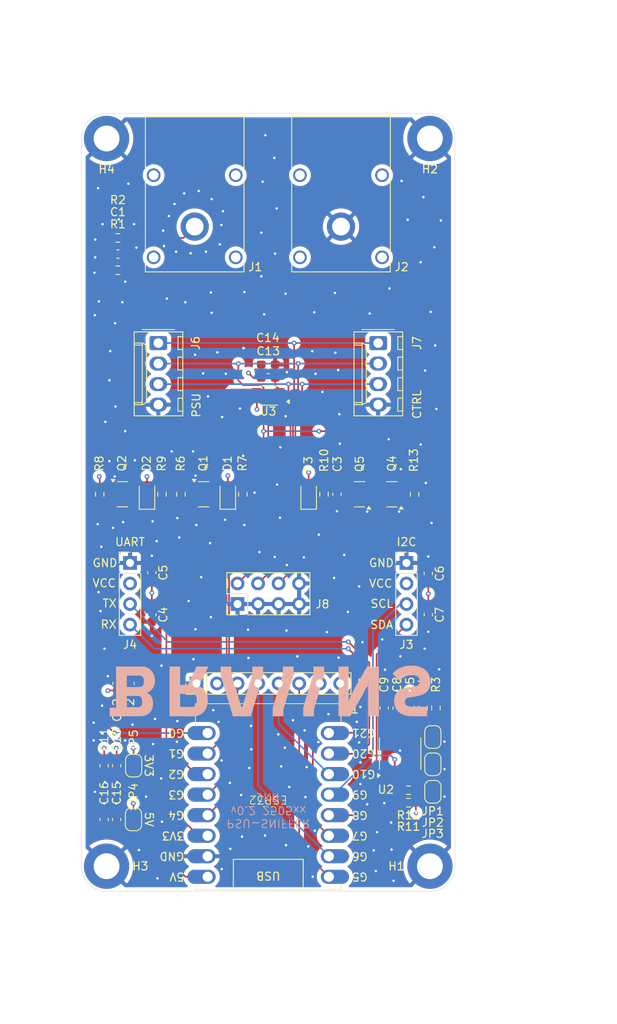
<source format=kicad_pcb>
(kicad_pcb (version 20241229) (generator "pcbnew") (generator_version "9.0")
  (layers (0 "F.Cu" signal) (4 "In1.Cu" signal) (6 "In2.Cu" signal) (2 "B.Cu" signal) (13 "F.Paste" user) (15 "B.Paste" user) (5 "F.SilkS" user "F.Silkscreen") (7 "B.SilkS" user "B.Silkscreen") (1 "F.Mask" user) (3 "B.Mask" user) (25 "Edge.Cuts" user))
  (net 0 "")
  (net 1 "/ADC")
  (net 2 "GND")
  (net 3 "Net-(J1-Pin_1)")
  (net 4 "/SCL")
  (net 5 "/SDA")
  (net 6 "+5V")
  (net 7 "/RX")
  (net 8 "/TX")
  (net 9 "/SCK")
  (net 10 "/MOSI")
  (net 11 "+3V3")
  (net 12 "Net-(JP1-A)")
  (net 13 "Net-(JP2-A)")
  (net 14 "Net-(JP3-A)")
  (net 16 "VCC")
  (net 17 "Net-(D1-K)")
  (net 18 "Net-(D2-K)")
  (net 19 "Net-(Q1-C)")
  (net 20 "Net-(Q1-B)")
  (net 21 "Net-(Q2-B)")
  (net 22 "Net-(Q2-C)")
  (net 23 "/PSU_SCL_RAW")
  (net 24 "/PSU_EN_RAW")
  (net 25 "/PSU_SDA_RAW")
  (net 26 "/PSU_EN")
  (net 27 "/PSU_SDA")
  (net 28 "/PSU_SCL")
  (net 29 "Net-(Q4-C)")
  (net 30 "Net-(D3-K)")
  (net 31 "/DC")
  (net 32 "/RST")
  (net 33 "Net-(Q4-B)")
  (net 34 "/CS")
  (net 35 "Net-(Q5-C)")
  (footprint "Jumper:SolderJumper-2_P1.3mm_Bridged_RoundedPad1.0x1.5mm" (layer "F.Cu") (at 124.465 133.7 -90)
    (property "Reference" "JP3")
    (property "Value" "SolderJumper_2_Bridged" (hide yes))
  )
  (footprint "MountingHole:MountingHole_3.2mm_M3_DIN965_Pad_TopBottom" (layer "F.Cu") (at 84.1 52.9 180)
    (property "Reference" "H4")
    (property "Value" "M3_Pad_Via" (hide yes))
  )
  (footprint "Resistor_SMD:R_0603_1608Metric_Pad0.98x0.95mm_HandSolder" (layer "F.Cu") (at 123.24 123.35 -90)
    (property "Reference" "R4")
    (property "Value" "12k" (hide yes))
  )
  (footprint "Connector_PinHeader_2.54mm:PinHeader_1x04_P2.54mm_Vertical" (layer "F.Cu") (at 87 105.4)
    (property "Reference" "J4")
    (property "Value" "UART")
  )
  (footprint "Connector:Banana_Cliff_FCR7350R_S16N-PC_Horizontal" (layer "F.Cu") (at 95 63.8 -90)
    (property "Reference" "J1")
    (property "Value" "Bannana plug" (hide yes))
  )
  (footprint "Capacitor_SMD:C_0603_1608Metric_Pad1.08x0.95mm_HandSolder" (layer "F.Cu") (at 89.7 106.6 -90)
    (property "Reference" "C5")
    (property "Value" "1u" (hide yes))
  )
  (footprint "Resistor_SMD:R_0603_1608Metric_Pad0.98x0.95mm_HandSolder" (layer "F.Cu") (at 83.25 96.9 90)
    (property "Reference" "R8")
    (property "Value" "12k" (hide yes))
  )
  (footprint "esp32c3-mini:esp32c3-mini" (layer "F.Cu") (at 104.1 122.8 180)
    (property "Reference" "U1")
    (property "Value" "ESP32-C3-MINI" (hide yes))
  )
  (footprint "Package_TO_SOT_SMD:SOT-23" (layer "F.Cu") (at 115.3875 96.9 180)
    (property "Reference" "Q5")
    (property "Value" "S8550")
  )
  (footprint "Package_TO_SOT_SMD:SOT-23" (layer "F.Cu") (at 86.0625 96.9)
    (property "Reference" "Q2")
    (property "Value" "MMBT2222A" (hide yes))
  )
  (footprint "Jumper:SolderJumper-2_P1.3mm_Bridged_RoundedPad1.0x1.5mm" (layer "F.Cu") (at 124.465 130.3 -90)
    (property "Reference" "JP2")
    (property "Value" "SolderJumper_2_Bridged" (hide yes))
  )
  (footprint "Connector_PinHeader_2.54mm:PinHeader_2x04_P2.54mm_Vertical" (layer "F.Cu") (at 100.3 110.475 90)
    (property "Reference" "J8")
    (property "Value" "Conn_02x08_Odd_Even" (hide yes))
  )
  (footprint "LED_SMD:LED_0805_2012Metric_Pad1.15x1.40mm_HandSolder" (layer "F.Cu") (at 99.1 96.9 90)
    (property "Reference" "D1")
    (property "Value" "NCD0805R1" (hide yes))
  )
  (footprint "Resistor_SMD:R_0603_1608Metric_Pad0.98x0.95mm_HandSolder" (layer "F.Cu") (at 100.95 96.9 -90)
    (property "Reference" "R7")
    (property "Value" "100R" (hide yes))
  )
  (footprint "Resistor_SMD:R_0603_1608Metric_Pad0.98x0.95mm_HandSolder" (layer "F.Cu") (at 85.5 65.2)
    (property "Reference" "R2")
    (property "Value" "12k" (hide yes))
  )
  (footprint "Resistor_SMD:R_0603_1608Metric_Pad0.98x0.95mm_HandSolder" (layer "F.Cu") (at 90.95 96.9 -90)
    (property "Reference" "R9")
    (property "Value" "100R" (hide yes))
  )
  (footprint "Capacitor_SMD:C_0603_1608Metric_Pad1.08x0.95mm_HandSolder" (layer "F.Cu") (at 104.1 80.85 180)
    (property "Reference" "C14")
    (property "Value" "1u" (hide yes))
  )
  (footprint "Resistor_SMD:R_0603_1608Metric_Pad0.98x0.95mm_HandSolder" (layer "F.Cu") (at 121.64 123.35 -90)
    (property "Reference" "R5")
    (property "Value" "12k" (hide yes))
  )
  (footprint "MountingHole:MountingHole_3.2mm_M3_DIN965_Pad_TopBottom" (layer "F.Cu") (at 124.1 52.9 180)
    (property "Reference" "H2")
    (property "Value" "M3_Pad_Via" (hide yes))
  )
  (footprint "Capacitor_SMD:C_0603_1608Metric_Pad1.08x0.95mm_HandSolder" (layer "F.Cu") (at 85.5 67.2 180)
    (property "Reference" "C1")
    (property "Value" "100n" (hide yes))
  )
  (footprint "LED_SMD:LED_0805_2012Metric_Pad1.15x1.40mm_HandSolder" (layer "F.Cu") (at 89.1 96.9 90)
    (property "Reference" "D2")
    (property "Value" "NCD0805R1" (hide yes))
  )
  (footprint "MountingHole:MountingHole_3.2mm_M3_DIN965_Pad_TopBottom" (layer "F.Cu") (at 84.1 142.9 180)
    (property "Reference" "H3")
    (property "Value" "M3_Pad_Via" (hide yes))
  )
  (footprint "Jumper:SolderJumper-2_P1.3mm_Bridged_RoundedPad1.0x1.5mm" (layer "F.Cu") (at 124.465 126.925 -90)
    (property "Reference" "JP1")
    (property "Value" "SolderJumper_2_Bridged" (hide yes))
  )
  (footprint "Capacitor_SMD:C_0603_1608Metric_Pad1.08x0.95mm_HandSolder" (layer "F.Cu") (at 87 120.3 -90)
    (property "Reference" "C2")
    (property "Value" "100n" (hide yes))
  )
  (footprint "Capacitor_SMD:C_0603_1608Metric_Pad1.08x0.95mm_HandSolder" (layer "F.Cu") (at 112.6 96.9 -90)
    (property "Reference" "C3")
    (property "Value" "100n" (hide yes))
  )
  (footprint "Package_SO:SOIC-8_3.9x4.9mm_P1.27mm" (layer "F.Cu") (at 120.415 128.975 90)
    (property "Reference" "U2")
    (property "Value" "LM75B" (hide yes))
  )
  (footprint "Capacitor_SMD:C_0603_1608Metric_Pad1.08x0.95mm_HandSolder" (layer "F.Cu") (at 104.1 82.5 180)
    (property "Reference" "C13")
    (property "Value" "100n" (hide yes))
  )
  (footprint "Capacitor_SMD:C_0603_1608Metric_Pad1.08x0.95mm_HandSolder" (layer "F.Cu") (at 85.35 137.1125 -90)
    (property "Reference" "C15")
    (property "Value" "100n" (hide yes))
  )
  (footprint "Capacitor_SMD:C_0603_1608Metric_Pad1.08x0.95mm_HandSolder" (layer "F.Cu") (at 83.8 137.1125 -90)
    (property "Reference" "C16")
    (property "Value" "1u" (hide yes))
  )
  (footprint "Capacitor_SMD:C_0603_1608Metric_Pad1.08x0.95mm_HandSolder" (layer "F.Cu") (at 83.8 130.4625 90)
    (property "Reference" "C11")
    (property "Value" "1u" (hide yes))
  )
  (footprint "Connector_Molex:Molex_KK-254_AE-6410-04A_1x04_P2.54mm_Vertical" (layer "F.Cu") (at 117.7 78.2 -90)
    (property "Reference" "J7")
    (property "Value" "CTRL")
  )
  (footprint "Jumper:SolderJumper-2_P1.3mm_Open_RoundedPad1.0x1.5mm" (layer "F.Cu") (at 87.45 130.4625 -90)
    (property "Reference" "JP5")
    (property "Value" "SolderJumper_2_Open" (hide yes))
  )
  (footprint "Connector_Molex:Molex_KK-254_AE-6410-04A_1x04_P2.54mm_Vertical" (layer "F.Cu") (at 90.5 78.2 -90)
    (property "Reference" "J6")
    (property "Value" "PSU")
  )
  (footprint "Connector_PinHeader_2.54mm:PinHeader_1x08_P2.54mm_Vertical" (layer "F.Cu") (at 95.225 120.3 90)
    (property "Reference" "J5")
    (property "Value" "SPI" (hide yes))
  )
  (footprint "Capacitor_SMD:C_0603_1608Metric_Pad1.08x0.95mm_HandSolder" (layer "F.Cu") (at 85.4 120.3 -90)
    (property "Reference" "C12")
    (property "Value" "1u" (hide yes))
  )
  (footprint "Resistor_SMD:R_0603_1608Metric_Pad0.98x0.95mm_HandSolder" (layer "F.Cu") (at 124.84 123.35 -90)
    (property "Reference" "R3")
    (property "Value" "12k" (hide yes))
  )
  (footprint "Capacitor_SMD:C_0603_1608Metric_Pad1.08x0.95mm_HandSolder" (layer "F.Cu") (at 123.9 111.8 90)
    (property "Reference" "C7")
    (property "Value" "1u" (hide yes))
  )
  (footprint "Resistor_SMD:R_0603_1608Metric_Pad0.98x0.95mm_HandSolder" (layer "F.Cu") (at 111 96.9 -90)
    (property "Reference" "R10")
    (property "Value" "100R" (hide yes))
  )
  (footprint "Resistor_SMD:R_0603_1608Metric_Pad0.98x0.95mm_HandSolder" (layer "F.Cu") (at 85.5 69.2)
    (property "Reference" "R1")
    (property "Value" "1k" (hide yes))
  )
  (footprint "Package_TO_SOT_SMD:SOT-23" (layer "F.Cu") (at 96.1 96.9)
    (property "Reference" "Q1")
    (property "Value" "MMBT2222A" (hide yes))
  )
  (footprint "Connector_PinHeader_2.54mm:PinHeader_1x04_P2.54mm_Vertical" (layer "F.Cu") (at 121.2 105.4)
    (property "Reference" "J3")
    (property "Value" "I2C")
  )
  (footprint "Resistor_SMD:R_0603_1608Metric_Pad0.98x0.95mm_HandSolder" (layer "F.Cu") (at 121.45 135.05 180)
    (property "Reference" "R11")
    (property "Value" "12k" (hide yes))
  )
  (footprint "Resistor_SMD:R_0603_1608Metric_Pad0.98x0.95mm_HandSolder" (layer "F.Cu") (at 93.3 96.9 90)
    (property "Reference" "R6")
    (property "Value" "12k" (hide yes))
  )
  (footprint "Capacitor_SMD:C_0603_1608Metric_Pad1.08x0.95mm_HandSolder" (layer "F.Cu") (at 123.9 106.7 -90)
    (property "Reference" "C6")
    (property "Value" "100n" (hide yes))
  )
  (footprint "Capacitor_SMD:C_0603_1608Metric_Pad1.08x0.95mm_HandSolder" (layer "F.Cu") (at 120.04 123.35 -90)
    (property "Reference" "C8")
    (property "Value" "100n" (hide yes))
  )
  (footprint "Resistor_SMD:R_0603_1608Metric_Pad0.98x0.95mm_HandSolder" (layer "F.Cu") (at 121.45 133.5 180)
    (property "Reference" "R12")
    (property "Value" "12k" (hide yes))
  )
  (footprint "Connector:Banana_Cliff_FCR7350B_S16N-PC_Horizontal" (layer "F.Cu") (at 113.1 63.8 -90)
    (property "Reference" "J2")
    (property "Value" "Bannana plug" (hide yes))
  )
  (footprint "Jumper:SolderJumper-2_P1.3mm_Bridged_RoundedPad1.0x1.5mm" (layer "F.Cu") (at 87.425 137.1125 90)
    (property "Reference" "JP4")
    (property "Value" "SolderJumper_2_Bridged" (hide yes))
  )
  (footprint "Package_SO:VSSOP-8_2.3x2mm_P0.5mm" (layer "F.Cu") (at 104.1 84.7 180)
    (property "Reference" "U3")
    (property "Value" "74LVC3G17" (hide yes))
  )
  (footprint "Capacitor_SMD:C_0603_1608Metric_Pad1.08x0.95mm_HandSolder" (layer "F.Cu") (at 85.35 130.4625 90)
    (property "Reference" "C10")
    (property "Value" "100n" (hide yes))
  )
  (footprint "Package_TO_SOT_SMD:SOT-23" (layer "F.Cu") (at 119.3875 96.9 180)
    (property "Reference" "Q4")
    (property "Value" "S8550")
  )
  (footprint "Capacitor_SMD:C_0603_1608Metric_Pad1.08x0.95mm_HandSolder" (layer "F.Cu") (at 89.7 111.8 90)
    (property "Reference" "C4")
    (property "Value" "100n" (hide yes))
  )
  (footprint "Resistor_SMD:R_0603_1608Metric_Pad0.98x0.95mm_HandSolder" (layer "F.Cu") (at 122.2 96.9 90)
    (property "Reference" "R13")
    (property "Value" "12k" (hide yes))
  )
  (footprint "Capacitor_SMD:C_0603_1608Metric_Pad1.08x0.95mm_HandSolder" (layer "F.Cu") (at 118.44 123.35 -90)
    (property "Reference" "C9")
    (property "Value" "1u" (hide yes))
  )
  (footprint "MountingHole:MountingHole_3.2mm_M3_DIN965_Pad_TopBottom" (layer "F.Cu") (at 124.1 142.9 180)
    (property "Reference" "H1")
    (property "Value" "M3_Pad_Via" (hide yes))
  )
  (footprint "LED_SMD:LED_0805_2012Metric_Pad1.15x1.40mm_HandSolder" (layer "F.Cu") (at 109.1 96.9 90)
    (property "Reference" "D3")
    (property "Value" "KT-0805G" (hide yes))
  )
  (gr_poly (pts (xy 123.757215 123.167708) (xy 121.885282 123.167708) (xy 121.831565 123.167146) (xy 121.779553 123.165463) (xy 121.729246 123.162661) (xy 121.680645 123.158742) (xy 121.633748 123.153709) (xy 121.588558 123.147564) (xy 121.545072 123.14031) (xy 121.503292 123.131948) (xy 121.463217 123.122482) (xy 121.424848 123.111914) (xy 121.388183 123.100246) (xy 121.353225 123.087481) (xy 121.319971 123.073621) (xy 121.288423 123.058668) (xy 121.25858 123.042625) (xy 121.230442 123.025495) (xy 121.20401 123.00728) (xy 121.179283 122.987981) (xy 121.156261 122.967603) (xy 121.134945 122.946146) (xy 121.115334 122.923614) (xy 121.097428 122.900009) (xy 121.081228 122.875333) (xy 121.066733 122.849588) (xy 121.053943 122.822778) (xy 121.042858 122.794905) (xy 121.033479 122.76597) (xy 121.025805 122.735977) (xy 121.019837 122.704928) (xy 121.015573 122.672825) (xy 121.013016 122.63967) (xy 121.012163 122.605467) (xy 121.012783 122.568958) (xy 121.014643 122.533844) (xy 121.017743 122.500125) (xy 121.022084 122.467802) (xy 121.027664 122.436874) (xy 121.034485 122.407341) (xy 121.042546 122.379203) (xy 121.051848 122.352461) (xy 121.062389 122.327114) (xy 121.074171 122.303162) (xy 121.080527 122.291709) (xy 121.087194 122.280605) (xy 121.09417 122.26985) (xy 121.101456 122.259443) (xy 121.109053 122.249386) (xy 121.116959 122.239677) (xy 121.125176 122.230317) (xy 121.133703 122.221306) (xy 121.14254 122.212644) (xy 121.151687 122.20433) (xy 121.161144 122.196366) (xy 121.170912 122.18875) (xy 121.191611 122.1741) (xy 121.214035 122.159914) (xy 121.238203 122.146194) (xy 121.264134 122.132939) (xy 121.291849 122.120149) (xy 121.321365 122.107825) (xy 121.352704 122.095965) (xy 121.385883 122.08457) (xy 121.420923 122.07364) (xy 121.457842 122.063176) (xy 121.496661 122.053176) (xy 121.537398 122.043642) (xy 121.624705 122.025968) (xy 121.719919 122.010155) (xy 122.328462 121.910937) (xy 122.443184 121.891172) (xy 122.554184 121.869092) (xy 122.661464 121.844706) (xy 122.765024 121.818023) (xy 122.864862 121.789053) (xy 122.96098 121.757807) (xy 123.053378 121.724293) (xy 123.142054 121.688522) (xy 123.22701 121.650503) (xy 123.308246 121.610245) (xy 123.38576 121.567759) (xy 123.459554 121.523054) (xy 123.529627 121.47614) (xy 123.59598 121.427026) (xy 123.658612 121.375723) (xy 123.717523 121.322239) (xy 123.772789 121.265108) (xy 123.824469 121.205322) (xy 123.872545 121.142861) (xy 123.916997 121.077707) (xy 123.957805 121.00984) (xy 123.994951 120.93924) (xy 124.028415 120.865889) (xy 124.058178 120.789766) (xy 124.084219 120.710853) (xy 124.106521 120.62913) (xy 124.125063 120.544577) (xy 124.139826 120.457176) (xy 124.150791 120.366907) (xy 124.157939 120.27375) (xy 124.161249 120.177687) (xy 124.160703 120.078698) (xy 124.16078 120.010497) (xy 124.158532 119.942375) (xy 124.153958 119.874407) (xy 124.147058 119.806672) (xy 124.137834 119.739247) (xy 124.126284 119.672209) (xy 124.112408 119.605637) (xy 124.096207 119.539607) (xy 124.077681 119.474198) (xy 124.056829 119.409486) (xy 124.033652 119.345549) (xy 124.00815 119.282465) (xy 123.980322 119.220311) (xy 123.950169 119.159165) (xy 123.917691 119.099104) (xy 123.882887 119.040205) (xy 123.84468 118.982698) (xy 123.804506 118.926789) (xy 123.762414 118.872527) (xy 123.718452 118.819961) (xy 123.672668 118.769139) (xy 123.625112 118.720109) (xy 123.57583 118.672921) (xy 123.524873 118.627622) (xy 123.472288 118.58426) (xy 123.418123 118.542885) (xy 123.362428 118.503545) (xy 123.30525 118.466288) (xy 123.246638 118.431162) (xy 123.18664 118.398217) (xy 123.125305 118.3675) (xy 123.062681 118.33906) (xy 122.994858 118.308986) (xy 122.925338 118.280782) (xy 122.854133 118.254458) (xy 122.781252 118.230023) (xy 122.706704 118.207487) (xy 122.630499 118.18686) (xy 122.552646 118.168151) (xy 122.473157 118.151371) (xy 122.392039 118.136529) (xy 122.309303 118.123634) (xy 122.224959 118.112696) (xy 122.139016 118.103726) (xy 122.051484 118.096732) (xy 121.962373 118.091724) (xy 121.871692 118.088712) (xy 121.779451 118.087706) (xy 121.60419 118.091583) (xy 121.433115 118.103222) (xy 121.266225 118.122631) (xy 121.103522 118.149821) (xy 120.945005 118.184801) (xy 120.790673 118.227582) (xy 120.640527 118.278171) (xy 120.494567 118.33658) (xy 120.352793 118.402818) (xy 120.215205 118.476895) (xy 120.081802 118.55882) (xy 119.952585 118.648603) (xy 119.827554 118.746254) (xy 119.706709 118.851782) (xy 119.590049 118.965198) (xy 119.477575 119.08651) (xy 120.344087 119.979477) (xy 120.424472 119.892971) (xy 120.506882 119.812046) (xy 120.591326 119.736702) (xy 120.677815 119.66694) (xy 120.766358 119.602758) (xy 120.856965 119.544157) (xy 120.949645 119.491137) (xy 121.044409 119.443698) (xy 121.141265 119.40184) (xy 121.240223 119.365563) (xy 121.341294 119.334868) (xy 121.444487 119.309753) (xy 121.549812 119.290219) (xy 121.657277 119.276267) (xy 121.766894 119.267895) (xy 121.878671 119.265105) (xy 121.937274 119.265954) (xy 121.994025 119.268489) (xy 122.048936 119.272691) (xy 122.102016 119.27854) (xy 122.153274 119.286017) (xy 122.20272 119.295103) (xy 122.250365 119.305777) (xy 122.296216 119.318021) (xy 122.340285 119.331815) (xy 122.382581 119.34714) (xy 122.423113 119.363977) (xy 122.461891 119.382306) (xy 122.498926 119.402108) (xy 122.534226 119.423363) (xy 122.567801 119.446052) (xy 122.599661 119.470156) (xy 122.614385 119.482788) (xy 122.628779 119.495865) (xy 122.642825 119.509369) (xy 122.656503 119.52328) (xy 122.669794 119.537578) (xy 122.682677 119.552245) (xy 122.695134 119.56726) (xy 122.707145 119.582605) (xy 122.718692 119.59826) (xy 122.729753 119.614205) (xy 122.740311 119.630422) (xy 122.750346 119.646891) (xy 122.759838 119.663592) (xy 122.768768 119.680506) (xy 122.777116 119.697615) (xy 122.784864 119.714898) (xy 122.793236 119.733503) (xy 122.800987 119.752117) (xy 122.808119 119.770751) (xy 122.81463 119.789415) (xy 122.820522 119.808117) (xy 122.825793 119.826867) (xy 122.830444 119.845676) (xy 122.834475 119.864552) (xy 122.837886 119.883506) (xy 122.840676 119.902547) (xy 122.842847 119.921685) (xy 122.844398 119.940929) (xy 122.845329 119.96029) (xy 122.845639 119.979777) (xy 122.84533 119.9994) (xy 122.8444 120.019167) (xy 122.844869 120.048923) (xy 122.843818 120.078621) (xy 122.841274 120.108203) (xy 122.837267 120.13761) (xy 122.831826 120.166785) (xy 122.824981 120.195669) (xy 122.816759 120.224204) (xy 122.807191 120.252332) (xy 122.796305 120.279995) (xy 122.784131 120.307135) (xy 122.770696 120.333694) (xy 122.756032 120.359613) (xy 122.740165 120.384834) (xy 122.723126 120.4093) (xy 122.704944 120.432951) (xy 122.685648 120.455731) (xy 122.664948 120.476424) (xy 122.642525 120.496322) (xy 122.618356 120.515407) (xy 122.592425 120.533658) (xy 122.56471 120.551057) (xy 122.535194 120.567583) (xy 122.503855 120.583219) (xy 122.470676 120.597943) (xy 122.435636 120.611738) (xy 122.398717 120.624583) (xy 122.359898 120.636458) (xy 122.319161 120.647346) (xy 122.276486 120.657226) (xy 122.231854 120.666079) (xy 122.185245 120.673886) (xy 122.13664 120.680626) (xy 121.534712 120.760003) (xy 121.417587 120.776051) (xy 121.304338 120.794444) (xy 121.194965 120.815201) (xy 121.089468 120.838343) (xy 120.987846 120.863887) (xy 120.8901 120.891853) (xy 120.79623 120.922262) (xy 120.706235 120.955131) (xy 120.620116 120.990481) (xy 120.537873 121.028331) (xy 120.459506 121.0687) (xy 120.385014 121.111607) (xy 120.314399 121.157073) (xy 120.247659 121.205116) (xy 120.184795 121.255756) (xy 120.125807 121.309012) (xy 120.070539 121.363884) (xy 120.018837 121.421808) (xy 119.970701 121.482736) (xy 119.92613 121.546619) (xy 119.885124 121.613409) (xy 119.847684 121.683058) (xy 119.81381 121.755516) (xy 119.783501 121.830736) (xy 119.756758 121.908669) (xy 119.733581 121.989267) (xy 119.713969 122.07248) (xy 119.697923 122.158262) (xy 119.685443 122.246562) (xy 119.676529 122.337334) (xy 119.67118 122.430527) (xy 119.669397 122.526095) (xy 119.671721 122.627793) (xy 119.678686 122.727) (xy 119.690283 122.823708) (xy 119.706501 122.917906) (xy 119.727332 123.009585) (xy 119.752765 123.098735) (xy 119.782791 123.185346) (xy 119.8174 123.269409) (xy 119.856582 123.350914) (xy 119.900328 123.429851) (xy 119.948628 123.506211) (xy 120.001472 123.579984) (xy 120.05885 123.65116) (xy 120.120754 123.71973) (xy 120.187172 123.785683) (xy 120.258096 123.849011) (xy 120.333052 123.907998) (xy 120.411563 123.963409) (xy 120.493621 124.015236) (xy 120.579215 124.063468) (xy 120.668336 124.108095) (xy 120.760974 124.149108) (xy 120.857119 124.186498) (xy 120.956763 124.220254) (xy 121.059894 124.250367) (xy 121.166504 124.276826) (xy 121.276583 124.299624) (xy 121.390121 124.318749) (xy 121.507109 124.334192) (xy 121.627536 124.345943) (xy 121.751393 124.353993) (xy 121.878671 124.358332) (xy 123.757215 124.358332)) (stroke (width -0.000001)) (fill yes) (layer "B.SilkS"))
  (gr_poly (pts (xy 102.200287 123.498436) (xy 103.463672 119.278334) (xy 103.463672 118.213385) (xy 102.134142 118.213385) (xy 102.134142 119.086512) (xy 100.917059 123.161095) (xy 100.751693 123.161095) (xy 99.534611 119.086512) (xy 99.534611 118.213385) (xy 98.205079 118.213385) (xy 98.205079 119.278334) (xy 99.468464 123.498436) (xy 99.726433 124.364947) (xy 101.942318 124.364947)) (stroke (width -0.000001)) (fill yes) (layer "B.SilkS"))
  (gr_poly (pts (xy 115.918932 121.454533) (xy 116.507631 120.217606) (xy 116.53409 120.217606) (xy 116.53409 124.364951) (xy 117.784242 124.364951) (xy 117.784242 118.206772) (xy 116.329035 118.206772) (xy 114.655548 121.11719) (xy 114.06685 122.354117) (xy 114.040392 122.354117) (xy 114.040392 118.206772) (xy 112.790237 118.206772) (xy 112.790237 124.364951) (xy 114.245445 124.364951)) (stroke (width -0.000001)) (fill yes) (layer "B.SilkS"))
  (gr_poly (pts (xy 88.243517 124.358334) (xy 88.336533 124.356703) (xy 88.427058 124.351797) (xy 88.515084 124.343596) (xy 88.600601 124.332082) (xy 88.683598 124.317235) (xy 88.764066 124.299035) (xy 88.841996 124.277464) (xy 88.917377 124.252501) (xy 88.990201 124.224127) (xy 89.060456 124.192324) (xy 89.128135 124.157071) (xy 89.193226 124.118349) (xy 89.25572 124.076139) (xy 89.315609 124.030422) (xy 89.372881 123.981178) (xy 89.427527 123.928387) (xy 89.479153 123.873896) (xy 89.527379 123.817089) (xy 89.572213 123.757976) (xy 89.613665 123.696566) (xy 89.651746 123.63287) (xy 89.686464 123.566897) (xy 89.717831 123.498656) (xy 89.745854 123.428158) (xy 89.770544 123.355412) (xy 89.79191 123.280428) (xy 89.809963 123.203215) (xy 89.824712 123.123784) (xy 89.836166 123.042143) (xy 89.844336 122.958302) (xy 89.849231 122.872272) (xy 89.85086 122.784062) (xy 89.849918 122.71672) (xy 89.847119 122.651119) (xy 89.842505 122.587255) (xy 89.83612 122.525124) (xy 89.828005 122.464723) (xy 89.818202 122.406047) (xy 89.806755 122.349094) (xy 89.793706 122.293859) (xy 89.779097 122.24034) (xy 89.76297 122.188532) (xy 89.745368 122.138431) (xy 89.726333 122.090035) (xy 89.705908 122.043339) (xy 89.684134 121.99834) (xy 89.661055 121.955034) (xy 89.636713 121.913418) (xy 89.61115 121.873488) (xy 89.584408 121.83524) (xy 89.556531 121.79867) (xy 89.52756 121.763776) (xy 89.497537 121.730553) (xy 89.466505 121.698998) (xy 89.434507 121.669107) (xy 89.401585 121.640877) (xy 89.367782 121.614303) (xy 89.333138 121.589383) (xy 89.297698 121.566112) (xy 89.261504 121.544487) (xy 89.224597 121.524505) (xy 89.18702 121.506161) (xy 89.148816 121.489452) (xy 89.110027 121.474375) (xy 89.110027 121.428072) (xy 89.202775 121.391162) (xy 89.294525 121.347353) (xy 89.384589 121.296568) (xy 89.472279 121.238729) (xy 89.556907 121.173759) (xy 89.637785 121.10158) (xy 89.714226 121.022115) (xy 89.785541 120.935285) (xy 89.851042 120.841015) (xy 89.910042 120.739225) (xy 89.961853 120.629839) (xy 89.984847 120.572273) (xy 90.005786 120.512779) (xy 90.024583 120.451347) (xy 90.041153 120.387968) (xy 90.05541 120.322631) (xy 90.067268 120.255327) (xy 90.07664 120.186047) (xy 90.083441 120.114781) (xy 90.087584 120.041518) (xy 90.088985 119.96625) (xy 90.08852 119.922845) (xy 90.087124 119.879459) (xy 90.084799 119.836113) (xy 90.081543 119.792824) (xy 90.077358 119.749613) (xy 90.072242 119.706499) (xy 90.066196 119.663501) (xy 90.059219 119.620638) (xy 90.051313 119.577931) (xy 90.042476 119.535398) (xy 90.03271 119.493059) (xy 90.022013 119.450933) (xy 90.010385 119.40904) (xy 89.997828 119.367398) (xy 89.984341 119.326028) (xy 89.969923 119.284949) (xy 89.954727 119.246659) (xy 89.938891 119.2087) (xy 89.922397 119.171089) (xy 89.905224 119.133846) (xy 89.887353 119.096991) (xy 89.868766 119.060543) (xy 89.849442 119.024522) (xy 89.829363 118.988946) (xy 89.808508 118.953835) (xy 89.786859 118.919208) (xy 89.764396 118.885086) (xy 89.7411 118.851487) (xy 89.716951 118.81843) (xy 89.69193 118.785936) (xy 89.666017 118.754022) (xy 89.639194 118.72271) (xy 89.612839 118.693259) (xy 89.585864 118.664457) (xy 89.558268 118.636333) (xy 89.530053 118.608917) (xy 89.501218 118.582237) (xy 89.471762 118.556323) (xy 89.441686 118.531203) (xy 89.410991 118.506907) (xy 89.379675 118.483464) (xy 89.347739 118.460902) (xy 89.315183 118.439251) (xy 89.282006 118.41854) (xy 89.24821 118.398798) (xy 89.213793 118.380054) (xy 89.178757 118.362337) (xy 89.1431 118.345677) (xy 89.10574 118.328856) (xy 89.068079 118.313121) (xy 89.030127 118.298471) (xy 88.991895 118.284905) (xy 88.953391 118.272426) (xy 88.914625 118.261031) (xy 88.875608 118.250721) (xy 88.836349 118.241497) (xy 88.796856 118.233358) (xy 88.757142 118.226304) (xy 88.717213 118.220336) (xy 88.677082 118.215452) (xy 88.636756 118.211654) (xy 88.596247 118.208941) (xy 88.555563 118.207313) (xy 88.514714 118.20677) (xy 85.273569 118.20677) (xy 85.273569 120.740157) (xy 86.6031 120.740157) (xy 86.6031 119.331252) (xy 88.137683 119.331252) (xy 88.166199 119.330706) (xy 88.194656 119.331536) (xy 88.222998 119.333723) (xy 88.251165 119.337247) (xy 88.279099 119.342088) (xy 88.306743 119.348228) (xy 88.334038 119.355647) (xy 88.360925 119.364325) (xy 88.387348 119.374244) (xy 88.413248 119.385383) (xy 88.438566 119.397724) (xy 88.463245 119.411247) (xy 88.487226 119.425933) (xy 88.510451 119.441762) (xy 88.532862 119.458715) (xy 88.554402 119.476773) (xy 88.573625 119.499123) (xy 88.582772 119.510347) (xy 88.591609 119.521628) (xy 88.600135 119.532987) (xy 88.608352 119.544443) (xy 88.616259 119.556016) (xy 88.623855 119.567724) (xy 88.631141 119.579587) (xy 88.638118 119.591624) (xy 88.644784 119.603855) (xy 88.65114 119.6163) (xy 88.657186 119.628977) (xy 88.662923 119.641905) (xy 88.668349 119.655106) (xy 88.673465 119.668597) (xy 88.678269 119.681149) (xy 88.682753 119.693982) (xy 88.686908 119.707068) (xy 88.690724 119.720376) (xy 88.694192 119.733878) (xy 88.6973 119.747544) (xy 88.700041 119.761347) (xy 88.702403 119.775256) (xy 88.704378 119.789242) (xy 88.705956 119.803277) (xy 88.707127 119.817331) (xy 88.707881 119.831376) (xy 88.708209 119.845381) (xy 88.708101 119.859319) (xy 88.707547 119.87316) (xy 88.706537 119.886876) (xy 88.706537 120.184533) (xy 88.707547 120.198175) (xy 88.708101 120.211817) (xy 88.708209 120.225459) (xy 88.707881 120.239101) (xy 88.707127 120.252744) (xy 88.705956 120.266386) (xy 88.704378 120.280029) (xy 88.702403 120.293671) (xy 88.700041 120.307314) (xy 88.6973 120.320957) (xy 88.694192 120.334599) (xy 88.690724 120.348242) (xy 88.686908 120.361885) (xy 88.682753 120.375528) (xy 88.678269 120.389171) (xy 88.673465 120.402813) (xy 88.668349 120.416377) (xy 88.662923 120.429775) (xy 88.657186 120.443) (xy 88.65114 120.45604) (xy 88.644784 120.468886) (xy 88.638118 120.481529) (xy 88.631141 120.493959) (xy 88.623855 120.506166) (xy 88.616259 120.51814) (xy 88.608352 120.529872) (xy 88.600135 120.541353) (xy 88.591609 120.552571) (xy 88.582772 120.563518) (xy 88.573625 120.574185) (xy 88.564169 120.58456) (xy 88.554402 120.594635) (xy 88.532862 120.612693) (xy 88.510451 120.629646) (xy 88.487225 120.645475) (xy 88.463244 120.660161) (xy 88.438566 120.673684) (xy 88.413247 120.686025) (xy 88.387348 120.697165) (xy 88.360925 120.707083) (xy 88.334037 120.715762) (xy 88.306742 120.723181) (xy 88.279099 120.729321) (xy 88.251164 120.734162) (xy 88.222998 120.737686) (xy 88.194656 120.739872) (xy 88.166199 120.740702) (xy 88.137683 120.740157) (xy 86.6031 120.740157) (xy 85.273569 120.740157) (xy 85.273569 123.233853) (xy 86.6031 123.233853) (xy 86.6031 121.844796) (xy 87.926017 121.844796) (xy 87.940823 121.843712) (xy 87.955485 121.842948) (xy 87.970011 121.842514) (xy 87.984411 121.842418) (xy 87.998695 121.842672) (xy 88.012872 121.843284) (xy 88.026952 121.844264) (xy 88.040945 121.845622) (xy 88.054861 121.847368) (xy 88.068708 121.849511) (xy 88.082498 121.85206) (xy 88.096239 121.855027) (xy 88.109941 121.85842) (xy 88.123614 121.862248) (xy 88.137268 121.866523) (xy 88.150913 121.871252) (xy 88.164476 121.876368) (xy 88.177875 121.881795) (xy 88.191099 121.887531) (xy 88.204139 121.893577) (xy 88.216985 121.899933) (xy 88.229628 121.9066) (xy 88.242058 121.913576) (xy 88.254265 121.920862) (xy 88.26624 121.928459) (xy 88.277972 121.936365) (xy 88.289452 121.944582) (xy 88.300671 121.953108) (xy 88.311618 121.961945) (xy 88.322284 121.971092) (xy 88.33266 121.980548) (xy 88.342735 121.990315) (xy 88.352502 122.00039) (xy 88.361959 122.010765) (xy 88.371106 122.021432) (xy 88.379942 122.032379) (xy 88.388469 122.043598) (xy 88.396686 122.055078) (xy 88.404592 122.06681) (xy 88.412189 122.078784) (xy 88.419475 122.090991) (xy 88.426451 122.103421) (xy 88.433118 122.116064) (xy 88.439474 122.12891) (xy 88.44552 122.141951) (xy 88.451256 122.155175) (xy 88.456682 122.168574) (xy 88.461798 122.182137) (xy 88.466528 122.195854) (xy 88.470803 122.209707) (xy 88.474632 122.223675) (xy 88.478025 122.237741) (xy 88.480991 122.251884) (xy 88.483541 122.266086) (xy 88.485684 122.280326) (xy 88.48743 122.294585) (xy 88.488788 122.308845) (xy 88.489768 122.323085) (xy 88.49038 122.337286) (xy 88.490634 122.351429) (xy 88.490538 122.365495) (xy 88.490104 122.379463) (xy 88.48934 122.393316) (xy 88.488257 122.407032) (xy 88.488257 122.671616) (xy 88.48934 122.686423) (xy 88.490104 122.701084) (xy 88.490538 122.71561) (xy 88.490634 122.73001) (xy 88.49038 122.744293) (xy 88.489768 122.75847) (xy 88.488788 122.772551) (xy 88.48743 122.786543) (xy 88.485684 122.800459) (xy 88.483541 122.814307) (xy 88.480991 122.828096) (xy 88.478025 122.841837) (xy 88.474632 122.85554) (xy 88.470803 122.869213) (xy 88.466528 122.882867) (xy 88.461798 122.896511) (xy 88.456682 122.910075) (xy 88.451256 122.923473) (xy 88.44552 122.936697) (xy 88.439474 122.949738) (xy 88.433118 122.962584) (xy 88.426451 122.975227) (xy 88.419475 122.987656) (xy 88.412189 122.999863) (xy 88.404592 123.011838) (xy 88.396686 123.02357) (xy 88.388469 123.03505) (xy 88.379942 123.046269) (xy 88.371106 123.057216) (xy 88.361959 123.067882) (xy 88.352502 123.078258) (xy 88.342735 123.088333) (xy 88.320385 123.107557) (xy 88.309162 123.116704) (xy 88.29788 123.125541) (xy 88.286521 123.134067) (xy 88.275065 123.142284) (xy 88.263493 123.150191) (xy 88.251785 123.157787) (xy 88.239922 123.165073) (xy 88.227884 123.17205) (xy 88.215653 123.178716) (xy 88.203209 123.185072) (xy 88.190532 123.191119) (xy 88.177603 123.196855) (xy 88.164403 123.202281) (xy 88.150913 123.207398) (xy 88.137196 123.212127) (xy 88.123343 123.216401) (xy 88.109374 123.22023) (xy 88.095309 123.223623) (xy 88.081165 123.226589) (xy 88.066964 123.229139) (xy 88.052724 123.231282) (xy 88.038464 123.233028) (xy 88.024205 123.234386) (xy 88.009965 123.235366) (xy 87.995763 123.235978) (xy 87.98162 123.236232) (xy 87.967555 123.236136) (xy 87.953586 123.235701) (xy 87.939733 123.234937) (xy 87.926017 123.233853) (xy 86.6031 123.233853) (xy 85.273569 123.233853) (xy 85.273569 123.3) (xy 84.486433 123.3) (xy 84.486433 124.364947)) (stroke (width -0.000001)) (fill yes) (layer "B.SilkS"))
  (gr_poly (pts (xy 94.883535 124.362619) (xy 94.985848 124.355676) (xy 95.085612 124.344201) (xy 95.18277 124.328273) (xy 95.277268 124.30797) (xy 95.369052 124.283371) (xy 95.458067 124.254555) (xy 95.544259 124.2216) (xy 95.627573 124.184585) (xy 95.707956 124.143589) (xy 95.785351 124.098691) (xy 95.859705 124.049969) (xy 95.930963 123.997502) (xy 95.999071 123.941369) (xy 96.063975 123.881649) (xy 96.125619 123.818419) (xy 96.183949 123.75176) (xy 96.238911 123.681749) (xy 96.290451 123.608466) (xy 96.338513 123.531989) (xy 96.383043 123.452397) (xy 96.423987 123.369769) (xy 96.461291 123.284183) (xy 96.494899 123.195718) (xy 96.524757 123.104452) (xy 96.550811 123.010466) (xy 96.573006 122.913836) (xy 96.591288 122.814643) (xy 96.605602 122.712964) (xy 96.615894 122.608879) (xy 96.622109 122.502465) (xy 96.624193 122.393803) (xy 96.619852 122.240765) (xy 96.614426 122.165799) (xy 96.60683 122.091922) (xy 96.597063 122.019174) (xy 96.585126 121.947595) (xy 96.571018 121.877224) (xy 96.55474 121.808103) (xy 96.536292 121.740269) (xy 96.515673 121.673765) (xy 96.492883 121.608629) (xy 96.467924 121.544902) (xy 96.440794 121.482623) (xy 96.411493 121.421833) (xy 96.380022 121.362571) (xy 96.346381 121.304878) (xy 96.310569 121.248793) (xy 96.272587 121.194356) (xy 96.232434 121.141608) (xy 96.190111 121.090589) (xy 96.145618 121.041337) (xy 96.098954 120.993894) (xy 96.05012 120.948299) (xy 95.999115 120.904592) (xy 95.94594 120.862814) (xy 95.890595 120.823003) (xy 95.833079 120.785201) (xy 95.773392 120.749447) (xy 95.711536 120.715781) (xy 95.647509 120.684243) (xy 95.581311 120.654873) (xy 95.512943 120.627711) (xy 96.710183 118.206772) (xy 95.228516 118.206772) (xy 94.163568 120.46896) (xy 93.204454 120.46896) (xy 93.204454 118.206772) (xy 91.881537 118.206772) (xy 91.881537 121.593438) (xy 93.204454 121.593438) (xy 94.606745 121.593438) (xy 94.643504 121.594057) (xy 94.679354 121.595912) (xy 94.714279 121.598997) (xy 94.748261 121.603308) (xy 94.781284 121.60884) (xy 94.813331 121.615587) (xy 94.844385 121.623547) (xy 94.874429 121.632712) (xy 94.903446 121.643079) (xy 94.931418 121.654642) (xy 94.95833 121.667397) (xy 94.984164 121.68134) (xy 95.008903 121.696464) (xy 95.03253 121.712765) (xy 95.055028 121.730239) (xy 95.07638 121.748881) (xy 95.09657 121.768685) (xy 95.11558 121.789647) (xy 95.133394 121.811763) (xy 95.149993 121.835026) (xy 95.165363 121.859433) (xy 95.179484 121.884978) (xy 95.192342 121.911657) (xy 95.203918 121.939464) (xy 95.214195 121.968396) (xy 95.223157 121.998447) (xy 95.230787 122.029612) (xy 95.237068 122.061886) (xy 95.241983 122.095265) (xy 95.245514 122.129744) (xy 95.247645 122.165317) (xy 95.248359 122.201981) (xy 95.248359 122.59224) (xy 95.247645 122.628903) (xy 95.245514 122.664477) (xy 95.241983 122.698956) (xy 95.237068 122.732335) (xy 95.230787 122.764609) (xy 95.223157 122.795774) (xy 95.214195 122.825825) (xy 95.203918 122.854756) (xy 95.192342 122.882564) (xy 95.179484 122.909242) (xy 95.165363 122.934788) (xy 95.149993 122.959194) (xy 95.133394 122.982457) (xy 95.11558 123.004573) (xy 95.09657 123.025535) (xy 95.07638 123.045339) (xy 95.055028 123.06398) (xy 95.03253 123.081454) (xy 95.008903 123.097756) (xy 94.984164 123.11288) (xy 94.95833 123.126822) (xy 94.931418 123.139577) (xy 94.903446 123.15114) (xy 94.874429 123.161507) (xy 94.844385 123.170673) (xy 94.813331 123.178631) (xy 94.781284 123.185379) (xy 94.748261 123.190911) (xy 94.714279 123.195222) (xy 94.679354 123.198307) (xy 94.606745 123.200781) (xy 93.204454 123.200781) (xy 93.204454 121.593438) (xy 91.881537 121.593438) (xy 91.881537 124.364951) (xy 94.778724 124.364951)) (stroke (width -0.000001)) (fill yes) (layer "B.SilkS"))
  (gr_poly (pts (xy 109.754139 123.491824) (xy 111.017524 119.271719) (xy 111.017524 118.20677) (xy 109.687996 118.20677) (xy 109.687996 119.079895) (xy 108.424608 123.3) (xy 108.424608 124.364947) (xy 109.754139 124.364947)) (stroke (width -0.000001)) (fill yes) (layer "B.SilkS"))
  (gr_poly (pts (xy 105.977215 123.491824) (xy 107.2406 119.271719) (xy 107.2406 118.20677) (xy 105.911068 118.20677) (xy 105.911068 119.079895) (xy 104.647682 123.3) (xy 104.647682 124.364947) (xy 105.977215 124.364947)) (stroke (width -0.000001)) (fill yes) (layer "B.SilkS"))
  (gr_line (start 127.2 142.9) (end 127.2 52.9) (stroke (width 0.05)) (layer "Edge.Cuts"))
  (gr_line (start 124.1 49.8) (end 84.1 49.8) (stroke (width 0.05)) (layer "Edge.Cuts"))
  (gr_arc (start 127.2 142.9) (mid 126.292031 145.092031) (end 124.1 146) (stroke (width 0.05)) (layer "Edge.Cuts"))
  (gr_arc (start 84.1 146) (mid 81.907969 145.092031) (end 81 142.9) (stroke (width 0.05)) (layer "Edge.Cuts"))
  (gr_arc (start 81 52.9) (mid 81.907969 50.707969) (end 84.1 49.8) (stroke (width 0.05)) (layer "Edge.Cuts"))
  (gr_arc (start 124.1 49.8) (mid 126.292031 50.707969) (end 127.2 52.9) (stroke (width 0.05)) (layer "Edge.Cuts"))
  (gr_line (start 84.1 146) (end 124.1 146) (stroke (width 0.05)) (layer "Edge.Cuts"))
  (gr_line (start 81 52.9) (end 81 142.9) (stroke (width 0.05)) (layer "Edge.Cuts"))
  (gr_text "PSU-SNIFFER\nv0.2 2505xx\nJKR" (at 104.1 133.8 180) (layer "B.SilkS") (effects (font (size 1 1) (thickness 0.1)) (justify bottom mirror)))
  (segment (start 84.5875 66.7875) (end 84.5875 65.2) (width 0.2) (layer "F.Cu") (net 1))
  (segment (start 84.5875 67.25) (end 84.6375 67.2) (width 0.2) (layer "F.Cu") (net 1))
  (segment (start 82.101 123.451) (end 82.101 76.6) (width 0.2) (layer "F.Cu") (net 1))
  (segment (start 96.6 126.884) (end 96.48 127.004) (width 0.2) (layer "F.Cu") (net 1))
  (segment (start 85.08 126.43) (end 82.101 123.451) (width 0.2) (layer "F.Cu") (net 1))
  (segment (start 84.6375 67.2) (end 84.6375 66.8375) (width 0.2) (layer "F.Cu") (net 1))
  (segment (start 82.101 76.6) (end 84.5875 74.1135) (width 0.2) (layer "F.Cu") (net 1))
  (segment (start 84.5875 74.1135) (end 84.5875 69.2) (width 0.2) (layer "F.Cu") (net 1))
  (segment (start 84.5875 69.2) (end 84.5875 67.25) (width 0.2) (layer "F.Cu") (net 1))
  (segment (start 84.6375 66.8375) (end 84.5875 66.7875) (width 0.2) (layer "F.Cu") (net 1))
  (via (at 85.08 126.43) (size 0.6) (drill 0.3) (layers "F.Cu" "B.Cu") (net 1))
  (segment (start 96.6 126.43) (end 85.08 126.43) (width 0.2) (layer "B.Cu") (net 1))
  (segment (start 123.9 105.8375) (end 123.9 104.6) (width 0.2) (layer "F.Cu") (net 2))
  (segment (start 104.9625 83.4125) (end 105.5 83.95) (width 0.2) (layer "F.Cu") (net 2))
  (segment (start 85.35 136.25) (end 85.35 135.1875) (width 0.2) (layer "F.Cu") (net 2))
  (segment (start 120.4 128.6) (end 121.044999 129.2) (width 0.2) (layer "F.Cu") (net 2))
  (segment (start 112.6 97.7625) (end 112.6 99) (width 0.2) (layer "F.Cu") (net 2))
  (segment (start 89.7 112.6625) (end 89.7 114.4) (width 0.2) (layer "F.Cu") (net 2))
  (segment (start 85.4 119.4375) (end 84.2875 119.4375) (width 0.2) (layer "F.Cu") (net 2))
  (segment (start 86.3625 69.15) (end 86.4125 69.2) (width 0.2) (layer "F.Cu") (net 2))
  (segment (start 125.85 130.95) (end 125.9 130.9) (width 0.2) (layer "F.Cu") (net 2))
  (segment (start 85.35 135.1875) (end 85.3 135.1375) (width 0.2) (layer "F.Cu") (net 2))
  (segment (start 124.465 130.95) (end 125.85 130.95) (width 0.2) (layer "F.Cu") (net 2))
  (segment (start 116.325 99.025) (end 116.35 99.05) (width 0.2) (layer "F.Cu") (net 2))
  (segment (start 125.825 127.575) (end 125.9 127.5) (width 0.2) (layer "F.Cu") (net 2))
  (segment (start 123.9 112.6625) (end 123.9 113.9) (width 0.2) (layer "F.Cu") (net 2))
  (segment (start 120.04 122.4875) (end 120.04 121.24) (width 0.2) (layer "F.Cu") (net 2))
  (segment (start 122.32 130.475001) (end 122.32 131.45) (width 0.2) (layer "F.Cu") (net 2))
  (segment (start 118.44 122.4875) (end 120.04 122.4875) (width 0.2) (layer "F.Cu") (net 2))
  (segment (start 89.7 105.7375) (end 89.7 104.5) (width 0.2) (layer "F.Cu") (net 2))
  (segment (start 85.125 94.725) (end 85.1 94.7) (width 0.2) (layer "F.Cu") (net 2))
  (segment (start 85.125 95.95) (end 85.125 94.725) (width 0.2) (layer "F.Cu") (net 2))
  (segment (start 85.35 132.35) (end 85.35 131.325) (width 0.2) (layer "F.Cu") (net 2))
  (segment (start 83.8 136.25) (end 83.8 135.1375) (width 0.2) (layer "F.Cu") (net 2))
  (segment (start 86.3625 67.2) (end 86.3625 69.15) (width 0.2) (layer "F.Cu") (net 2))
  (segment (start 121.044999 129.2) (end 122.32 130.475001) (width 0.2) (layer "F.Cu") (net 2))
  (segment (start 87 119.4375) (end 85.4 119.4375) (width 0.2) (layer "F.Cu") (net 2))
  (segment (start 104.9625 82.5) (end 105.7 82.5) (width 0.2) (layer "F.Cu") (net 2))
  (segment (start 120.04 121.24) (end 120 121.2) (width 0.2) (layer "F.Cu") (net 2))
  (segment (start 104.9625 80.85) (end 104.9625 82.5) (width 0.2) (layer "F.Cu") (net 2))
  (segment (start 120.325 99.025) (end 120.3 99.05) (width 0.2) (layer "F.Cu") (net 2))
  (segment (start 85.4 132.5) (end 85.35 132.35) (width 0.2) (layer "F.Cu") (net 2))
  (segment (start 116.325 97.85) (end 116.325 99.025) (width 0.2) (layer "F.Cu") (net 2))
  (segment (start 120.325 97.85) (end 120.325 99.025) (width 0.2) (layer "F.Cu") (net 2))
  (segment (start 84.2875 119.4375) (end 84.25 119.4) (width 0.2) (layer "F.Cu") (net 2))
  (segment (start 124.465 127.575) (end 125.825 127.575) (width 0.2) (layer "F.Cu") (net 2))
  (segment (start 124.465 134.35) (end 125.85 134.35) (width 0.2) (layer "F.Cu") (net 2))
  (segment (start 83.8 132.3) (end 83.8 131.325) (width 0.2) (layer "F.Cu") (net 2))
  (segment (start 95.1625 94.6625) (end 95.1 94.6) (width 0.2) (layer "F.Cu") (net 2))
  (segment (start 86.4125 69.2) (end 86.4125 70.6125) (width 0.2) (layer "F.Cu") (net 2))
  (segment (start 83.9 132.5) (end 83.8 132.3) (width 0.2) (layer "F.Cu") (net 2))
  (segment (start 125.85 134.35) (end 125.9 134.3) (width 0.2) (layer "F.Cu") (net 2))
  (segment (start 105.7 82.5) (end 106.4 81.8) (width 0.2) (layer "F.Cu") (net 2))
  (segment (start 104.9625 82.5) (end 104.9625 83.4125) (width 0.2) (layer "F.Cu") (net 2))
  (segment (start 95.1625 95.95) (end 95.1625 94.6625) (width 0.2) (layer "F.Cu") (net 2))
  (via (at 97 71.95) (size 0.6) (drill 0.3) (layers "F.Cu" "B.Cu") (net 2))
  (via (at 82.5 125.15) (size 0.6) (drill 0.3) (layers "F.Cu" "B.Cu") (net 2))
  (via (at 89.85 127.8) (size 0.6) (drill 0.3) (layers "F.Cu" "B.Cu") (net 2))
  (via (at 104.95 67.15) (size 0.6) (drill 0.3) (layers "F.Cu" "B.Cu") (net 2))
  (via (at 86.05 73.15) (size 0.6) (drill 0.3) (layers "F.Cu" "B.Cu") (net 2))
  (via (at 101 92.15) (size 0.6) (drill 0.3) (layers "F.Cu" "B.Cu") (net 2))
  (via (at 101.65 117.15) (size 0.6) (drill 0.3) (layers "F.Cu" "B.Cu") (net 2))
  (via (at 124.9 86.35) (size 0.6) (drill 0.3) (layers "F.Cu" "B.Cu") (net 2))
  (via (at 97.8 79.35) (size 0.6) (drill 0.3) (layers "F.Cu" "B.Cu") (net 2))
  (via (at 91.8 62.5) (size 0.6) (drill 0.3) (layers "F.Cu" "B.Cu") (net 2))
  (via (at 108.6 126.1) (size 0.6) (drill 0.3) (layers "F.Cu" "B.Cu") (net 2))
  (via (at 97.1 60.4) (size 0.6) (drill 0.3) (layers "F.Cu" "B.Cu") (net 2))
  (via (at 83.9 132.5) (size 0.6) (drill 0.3) (layers "F.Cu" "B.Cu") (net 2))
  (via (at 95.05 79.65) (size 0.6) (drill 0.3) (layers "F.Cu" "B.Cu") (net 2))
  (via (at 115.05 125.05) (size 0.6) (drill 0.3) (layers "F.Cu" "B.Cu") (net 2))
  (via (at 94.5 67.1) (size 0.6) (drill 0.3) (layers "F.Cu" "B.Cu") (net 2))
  (via (at 125.9 130.9) (size 0.6) (drill 0.3) (layers "F.Cu" "B.Cu") (net 2))
  (via (at 92.5 61) (size 0.6) (drill 0.3) (layers "F.Cu" "B.Cu") (net 2))
  (via (at 124.65 66.35) (size 0.6) (drill 0.3) (layers "F.Cu" "B.Cu") (net 2))
  (via (at 103.4 58.25) (size 0.6) (drill 0.3) (layers "F.Cu" "B.Cu") (net 2))
  (via (at 89.7 114.4) (size 0.6) (drill 0.3) (layers "F.Cu" "B.Cu") (net 2))
  (via (at 109.05 140.45) (size 0.6) (drill 0.3) (layers "F.Cu" "B.Cu") (net 2))
  (via (at 95.1 94.6) (size 0.6) (drill 0.3) (layers "F.Cu" "B.Cu") (net 2))
  (via (at 119.35 140.85) (size 0.6) (drill 0.3) (layers "F.Cu" "B.Cu") (net 2))
  (via (at 100.85 139.25) (size 0.6) (drill 0.3) (layers "F.Cu" "B.Cu") (net 2))
  (via (at 97 112.1) (size 0.6) (drill 0.3) (layers "F.Cu" "B.Cu") (net 2))
  (via (at 99.35 132.6) (size 0.6) (drill 0.3) (layers "F.Cu" "B.Cu") (net 2))
  (via (at 97.95 125.05) (size 0.6) (drill 0.3) (layers "F.Cu" "B.Cu") (net 2))
  (via (at 83.85 116) (size 0.6) (drill 0.3) (layers "F.Cu" "B.Cu") (net 2))
  (via (at 85.3 135.1375) (size 0.6) (drill 0.3) (layers "F.Cu" "B.Cu") (net 2))
  (via (at 112.4 79.4) (size 0.6) (drill 0.3) (layers "F.Cu" "B.Cu") (net 2))
  (via (at 111.35 113.95) (size 0.6) (drill 0.3) (layers "F.Cu" "B.Cu") (net 2))
  (via (at 87.6 92.7) (size 0.6) (drill 0.3) (layers "F.Cu" "B.Cu") (net 2))
  (via (at 118.45 135.1) (size 0.6) (drill 0.3) (layers "F.Cu" "B.Cu") (net 2))
  (via (at 98.35 143.25) (size 0.6) (drill 0.3) (layers "F.Cu" "B.Cu") (net 2))
  (via (at 115.75 115.2) (size 0.6) (drill 0.3) (layers "F.Cu" "B.Cu") (net 2))
  (via (at 89.8 100.25) (size 0.6) (drill 0.3) (layers "F.Cu" "B.Cu") (net 2))
  (via (at 90.4 144.4) (size 0.6) (drill 0.3) (layers "F.Cu" "B.Cu") (net 2))
  (via (at 124.2 74.35) (size 0.6) (drill 0.3) (layers "F.Cu" "B.Cu") (net 2))
  (via (at 85.1 94.7) (size 0.6) (drill 0.3) (layers "F.Cu" "B.Cu") (net 2))
  (via (at 120.5 93.8) (size 0.6) (drill 0.3) (layers "F.Cu" "B.Cu") (net 2))
  (via (at 125.9 127.5) (size 0.6) (drill 0.3) (layers "F.Cu" "B.Cu") (net 2))
  (via (at 123.9 104.6) (size 0.6) (drill 0.3) (layers "F.Cu" "B.Cu") (net 2))
  (via (at 83.6 126.5) (size 0.6) (drill 0.3) (layers "F.Cu" "B.Cu") (net 2))
  (via (at 124.3 100.45) (size 0.6) (drill 0.3) (layers "F.Cu" "B.Cu") (net 2))
  (via (at 101.05 78.85) (size 0.6) (drill 0.3) (layers "F.Cu" "B.Cu") (net 2))
  (via (at 83.6 63.5) (size 0.6) (drill 0.3) (layers "F.Cu" "B.Cu") (net 2))
  (via (at 86.4125 70.6125) (size 0.6) (drill 0.3) (layers "F.Cu" "B.Cu") (net 2))
  (via (at 100.6 86.3) (size 0.6) (drill 0.3) (layers "F.Cu" "B.Cu") (net 2))
  (via (at 103.25 69.95) (size 0.6) (drill 0.3) (layers "F.Cu" "B.Cu") (net 2))
  (via (at 96.9 102.95) (size 0.6) (drill 0.3) (layers "F.Cu" "B.Cu") (net 2))
  (via (at 90.9 118.1) (size 0.6) (drill 0.3) (layers "F.Cu" "B.Cu") (net 2))
  (via (at 82.6 69.5) (size 0.6) (drill 0.3) (layers "F.Cu" "B.Cu") (net 2))
  (via (at 90.3 102.7) (size 0.6) (drill 0.3) (layers "F.Cu" "B.Cu") (net 2))
  (via (at 82.65 74.75) (size 0.6) (drill 0.3) (layers "F.Cu" "B.Cu") (net 2))
  (via (at 106.25 87.25) (size 0.6) (drill 0.3) (layers "F.Cu" "B.Cu") (net 2))
  (via (at 90.95 137.4) (size 0.6) (drill 0.3) (layers "F.Cu" "B.Cu") (net 2))
  (via (at 120.45 116.95) (size 0.6) (drill 0.3) (layers "F.Cu" "B.Cu") (net 2))
  (via (at 93.1 102.25) (size 0.6) (drill 0.3) (layers "F.Cu" "B.Cu") (net 2))
  (via (at 103.75 52.5) (size 0.6) (drill 0.3) (layers "F.Cu" "B.Cu") (net 2))
  (via (at 109.85 138.5) (size 0.6) (drill 0.3) (layers "F.Cu" "B.Cu") (net 2))
  (via (at 113.95 111.45) (size 0.6) (drill 0.3) (layers "F.Cu" "B.Cu") (net 2))
  (via (at 112.25 107.25) (size 0.6) (drill 0.3) (layers "F.Cu" "B.Cu") (net 2))
  (via (at 101.6 113.65) (size 0.6) (drill 0.3) (layers "F.Cu" "B.Cu") (net 2))
  (via (at 92.7 66.9) (size 0.6) (drill 0.3) (layers "F.Cu" "B.Cu") (net 2))
  (via (at 83.15 73.05) (size 0.6) (drill 0.3) (layers "F.Cu" "B.Cu") (net 2))
  (via (at 120.3 99.05) (size 0.6) (drill 0.3) (layers "F.Cu" "B.Cu") (net 2))
  (via (at 125.9 134.3) (size 0.6) (drill 0.3) (layers "F.Cu" "B.Cu") (net 2))
  (via (at 123.3 60.15) (size 0.6) (drill 0.3) (layers "F.Cu" "B.Cu") (net 2))
  (via (at 99.4 140.75) (size 0.6) (drill 0.3) (layers "F.Cu" "B.Cu") (net 2))
  (via (at 93.85 73.15) (size 0.6) (drill 0.3) (layers "F.Cu" "B.Cu") (net 2))
  (via (at 107.7 116.95) (size 0.6) (drill 0.3) (layers "F.Cu" "B.Cu") (net 2))
  (via (at 96.05 81.95) (size 0.6) (drill 0.3) (layers "F.Cu" "B.Cu") (net 2))
  (via (at 91.55 72.7) (size 0.6) (drill 0.3) (layers "F.Cu" "B.Cu") (net 2))
  (via (at 82.65 133.7) (size 0.6) (drill 0.3) (layers "F.Cu" "B.Cu") (net 2))
  (via (at 83.8 135.1375) (size 0.6) (drill 0.3) (layers "F.Cu" "B.Cu") (net 2))
  (via (at 105.15 61.55) (size 0.6) (drill 0.3) (layers "F.Cu" "B.Cu") (net 2))
  (via (at 106.25 72.1) (size 0.6) (drill 0.3) (layers "F.Cu" "B.Cu") (net 2))
  (via (at 106.15 128.25) (size 0.6) (drill 0.3) (layers "F.Cu" "B.Cu") (net 2))
  (via (at 120.6 58.15) (size 0.6) (drill 0.3) (layers "F.Cu" "B.Cu") (net 2))
  (via (at 97.3 123.6) (size 0.6) (drill 0.3) (layers "F.Cu" "B.Cu") (net 2))
  (via (at 104.85 55.3) (size 0.6) (drill 0.3) (layers "F.Cu" "B.Cu") (net 2))
  (via (at 115.35 108.3) (size 0.6) (drill 0.3) (layers "F.Cu" "B.Cu") (net 2))
  (via (at 111.55 124.1) (size 0.6) (drill 0.3) (layers "F.Cu" "B.Cu") (net 2))
  (via (at 100.75 134.1) (size 0.6) (drill 0.3) (layers "F.Cu" "B.Cu") (net 2))
  (via (at 93.7 59.7) (size 0.6) (drill 0.3) (layers "F.Cu" "B.Cu") (net 2))
  (via (at 110.35 101.9) (size 0.6) (drill 0.3) (layers "F.Cu" "B.Cu") (net 2))
  (via (at 112.8 117.1) (size 0.6) (drill 0.3) (layers "F.Cu" "B.Cu") (net 2))
  (via (at 98.3 63.6) (size 0.6) (drill 0.3) (layers "F.Cu" "B.Cu") (net 2))
  (via (at 84.45 82.8) (size 0.6) (drill 0.3) (layers "F.Cu" "B.Cu") (net 2))
  (via (at 94.85 117.3) (size 0.6) (drill 0.3) (layers "F.Cu" "B.Cu") (net 2))
  (via (at 106.4 81.8) (size 0.6) (drill 0.3) (layers "F.Cu" "B.Cu") (net 2))
  (via (at 106.35 113.75) (size 0.6) (drill 0.3) (layers "F.Cu" "B.Cu") (net 2))
  (via (at 97.1 74.45) (size 0.6) (drill 0.3) (layers "F.Cu" "B.Cu") (net 2))
  (via (at 124.75 78.5) (size 0.6) (drill 0.3) (layers "F.Cu" "B.Cu") (net 2))
  (via (at 109.8 74.4) (size 0.6) (drill 0.3) (layers "F.Cu" "B.Cu") (net 2))
  (via (at 83.35 111.35) (size 0.6) (drill 0.3) (layers "F.Cu" "B.Cu") (net 2))
  (via (at 104.9 104.65) (size 0.6) (drill 0.3) (layers "F.Cu" "B.Cu") (net 2))
  (via (at 94.8 91.6) (size 0.6) (drill 0.3) (layers "F.Cu" "B.Cu") (net 2))
  (via (at 91.2 66.2) (size 0.6) (drill 0.3) (layers "F.Cu" "B.Cu") (net 2))
  (via (at 112.6 99) (size 0.6) (drill 0.3) (layers "F.Cu" "B.Cu") (net 2))
  (via (at 82.5 127.35) (size 0.6) (drill 0.3) (layers "F.Cu" "B.Cu") (net 2))
  (via (at 88.1 140.9) (size 0.6) (drill 0.3) (layers "F.Cu" "B.Cu") (net 2))
  (via (at 123.9 113.9) (size 0.6) (drill 0.3) (layers "F.Cu" "B.Cu") (net 2))
  (via (at 108.85 130.65) (size 0.6) (drill 0.3) (layers "F.Cu" "B.Cu") (net 2))
  (via (at 96.65 84.8) (size 0.6) (drill 0.3) (layers "F.Cu" "B.Cu") (net 2))
  (via (at 101.15 71.9) (size 0.6) (drill 0.3) (layers "F.Cu" "B.Cu") (net 2))
  (via (at 112.9 87) (size 0.6) (drill 0.3) (layers "F.Cu" "B.Cu") (net 2))
  (via (at 117.4 143.5) (size 0.6) (drill 0.3) (layers "F.Cu" "B.Cu") (net 2))
  (via (at 84.9 101.05) (size 0.6) (drill 0.3) (layers "F.Cu" "B.Cu") (net 2))
  (via (at 105.6 91.1) (size 0.6) (drill 0.3) (layers "F.Cu" "B.Cu") (net 2))
  (via (at 109.55 79.2) (size 0.6) (drill 0.3) (layers "F.Cu" "B.Cu") (net 2))
  (via (at 91.1 64.3) (size 0.6) (drill 0.3) (layers "F.Cu" "B.Cu") (net 2))
  (via (at 103.7 139.1) (size 0.6) (drill 0.3) (layers "F.Cu" "B.Cu") (net 2))
  (via (at 105.7 130.55) (size 0.6) (drill 0.3) (layers "F.Cu" "B.Cu") (net 2))
  (via (at 87.3 125.4) (size 0.6) (drill 0.3) (layers "F.Cu" "B.Cu") (net 2))
  (via (at 86.4 127.35) (size 0.6) (drill 0.3) (layers "F.Cu" "B.Cu") (net 2))
  (via (at 103.25 64.55) (size 0.6) (drill 0.3) (layers "F.Cu" "B.Cu") (net 2))
  (via (at 110.8 84.25) (size 0.6) (drill 0.3) (layers "F.Cu" "B.Cu") (net 2))
  (via (at 115.5 132.75) (size 0.6) (drill 0.3) (layers "F.Cu" "B.Cu") (net 2))
  (via (at 107.15 124.85) (size 0.6) (drill 0.3) (layers "F.Cu" "B.Cu") (net 2))
  (via (at 92.15 91.6) (size 0.6) (drill 0.3) (layers "F.Cu" "B.Cu") (net 2))
  (via (at 116.35 135.25) (size 0.6) (drill 0.3) (layers "F.Cu" "B.Cu") (net 2))
  (via (at 103.6 74.65) (size 0.6) (drill 0.3) (layers "F.Cu" "B.Cu") (net 2))
  (via (at 125.25 118.55) (size 0.6) (drill 0.3) (layers "F.Cu" "B.Cu") (net 2))
  (via (at 106.7 133.1) (size 0.6) (drill 0.3) (layers "F.Cu" "B.Cu") (net 2))
  (via (at 116.35 99.05) (size 0.6) (drill 0.3) (layers "F.Cu" "B.Cu") (net 2))
  (via (at 83.1 109) (size 0.6) (drill 0.3) (layers "F.Cu" "B.Cu") (net 2))
  (via (at 98.1 66) (size 0.6) (drill 0.3) (layers "F.Cu" "B.Cu") (net 2))
  (via (at 95.5 59.4) (size 0.6) (drill 0.3) (layers "F.Cu" "B.Cu") (net 2))
  (via (at 82.7 65.4) (size 0.6) (drill 0.3) (layers "F.Cu" "B.Cu") (net 2))
  (via (at 123.45 116) (size 0.6) (drill 0.3) (layers "F.Cu" "B.Cu") (net 2))
  (via (at 101.15 100.7) (size 0.6) (drill 0.3) (layers "F.Cu" "B.Cu") (net 2))
  (via (at 95.1 113.6) (size 0.6) (drill 0.3) (layers "F.Cu" "B.Cu") (net 2))
  (via (at 83.95 87.95) (size 0.6) (drill 0.3) (layers "F.Cu" "B.Cu") (net 2))
  (via (at 95.2 100.7) (size 0.6) (drill 0.3) (layers "F.Cu" "B.Cu") (net 2))
  (via (at 87.8 66.4) (size 0.6) (drill 0.3) (layers "F.Cu" "B.Cu") (net 2))
  (via (at 84.25 119.4) (size 0.6) (drill 0.3) (layers "F.Cu" "B.Cu") (net 2))
  (via (at 98.85 82) (size 0.6) (drill 0.3) (layers "F.Cu" "B.Cu") (net 2))
  (via (at 98.75 100.05) (size 0.6) (drill 0.3) (layers "F.Cu" "B.Cu") (net 2))
  (via (at 118.55 118.6) (size 0.6) (drill 0.3) (layers "F.Cu" "B.Cu") (net 2))
  (via (at 106.4 105.65) (size 0.6) (drill 0.3) (layers "F.Cu" "B.Cu") (net 2))
  (via (at 92.8 127.5) (size 0.6) (drill 0.3) (layers "F.Cu" "B.Cu") (net 2))
  (via (at 83.05 59.05) (size 0.6) (drill 0.3) (layers "F.Cu" "B.Cu") (net 2))
  (via (at 102 128.45) (size 0.6) (drill 0.3) (layers "F.Cu" "B.Cu") (net 2))
  (via (at 85.2 86.05) (size 0.6) (drill 0.3) (layers "F.Cu" "B.Cu") (net 2))
  (via (at 89.7 104.5) (size 0.6) (drill 0.3) (layers "F.Cu" "B.Cu") (net 2))
  (via (at 85.6 62.9) (size 0.6) (drill 0.3) (layers "F.Cu" "B.Cu") (net 2))
  (via (at 96.4 66.9) (size 0.6) (drill 0.3) (layers "F.Cu" "B.Cu") (net 2))
  (via (at 90.85 132.05) (size 0.6) (drill 0.3) (layers "F.Cu" "B.Cu") (net 2))
  (via (at 102.4 96.7) (size 0.6) (drill 0.3) (layers "F.Cu" "B.Cu") (net 2))
  (via (at 122.95 68.2) (size 0.6) (drill 0.3) (layers "F.Cu" "B.Cu") (net 2))
  (via (at 118.2 114.85) (size 0.6) (drill 0.3) (layers "F.Cu" "B.Cu") (net 2))
  (via (at 112.35 72) (size 0.6) (drill 0.3) (layers "F.Cu" "B.Cu") (net 2))
  (via (at 106.3 140.3) (size 0.6) (drill 0.3) (layers "F.Cu" "B.Cu") (net 2))
  (via (at 117.15 140.95) (size 0.6) (drill 0.3) (layers "F.Cu" "B.Cu") (net 2))
  (via (at 83.55 123.05) (size 0.6) (drill 0.3) (layers "F.Cu" "B.Cu") (net 2))
  (via (at 84.55 79.2) (size 0.6) (drill 0.3) (layers "F.Cu" "B.Cu") (net 2))
  (via (at 125.45 63.05) (size 0.6) (drill 0.3) (layers "F.Cu" "B.Cu") (net 2))
  (via (at 83 100.6) (size 0.6) (drill 0.3) (layers "F.Cu" "B.Cu") (net 2))
  (via (at 89 134.3) (size 0.6) (drill 0.3) (layers "F.Cu" "B.Cu") (net 2))
  (via (at 105.55 99.8) (size 0.6) (drill 0.3) (layers "F.Cu" "B.Cu") (net 2))
  (via (at 110.3 127.55) (size 0.6) (drill 0.3) (layers "F.Cu" "B.Cu") (net 2))
  (via (at 120 121.2) (size 0.6) (drill 0.3) (layers "F.Cu" "B.Cu") (net 2))
  (via (at 90.1 124.7) (size 0.6) (drill 0.3) (layers "F.Cu" "B.Cu") (net 2))
  (via (at 116.65 74.55) (size 0.6) (drill 0.3) (layers "F.Cu" "B.Cu") (net 2))
  (via (at 121.35 62.95) (size 0.6) (drill 0.3) (layers "F.Cu" "B.Cu") (net 2))
  (via (at 122.95 90.75) (size 0.6) (drill 0.3) (layers "F.Cu" "B.Cu") (net 2))
  (via (at 109.95 82) (size 0.6) (drill 0.3) (layers "F.Cu" "B.Cu") (net 2))
  (via (at 84.45 92.8) (size 0.6) (drill 0.3) (layers "F.Cu" "B.Cu") (net 2))
  (via (at 103 104.05) (size 0.6) (drill 0.3) (layers "F.Cu" "B.Cu") (net 2))
  (via (at 85.4 132.5) (size 0.6) (drill 0.3) (layers "F.Cu" "B.Cu") (net 2))
  (via (at 86.8 58.5) (size 0.6) (drill 0.3) (layers "F.Cu" "B.Cu") (net 2))
  (via (at 108.5 104.7) (size 0.6) (drill 0.3) (layers "F.Cu" "B.Cu") (net 2))
  (via (at 108.7 134.35) (size 0.6) (drill 0.3) (layers "F.Cu" "B.Cu") (net 2))
  (via (at 86.4 89.1) (size 0.6) (drill 0.3) (layers "F.Cu" "B.Cu") (net 2))
  (via (at 123.6 95.5) (size 0.6) (drill 0.3) (layers "F.Cu" "B.Cu") (net 2))
  (via (at 98.332762 129.825102) (size 0.6) (drill 0.3) (layers "F.Cu" "B.Cu") (net 2))
  (via (at 113.5 104.4) (size 0.6) (drill 0.3) (layers "F.Cu" "B.Cu") (net 2))
  (via (at 115.35 127.6) (size 0.6) (drill 0.3) (layers "F.Cu" "B.Cu") (net 2))
  (via (at 119.1 71.45) (size 0.6) (drill 0.3) (layers "F.Cu" "B.Cu") (net 2))
  (via (at 120.4 128.6) (size 0.6) (drill 0.3) (layers "F.Cu" "B.Cu") (net 2))
  (via (at 105.2 95.7) (size 0.6) (drill 0.3) (layers "F.Cu" "B.Cu") (net 2))
  (via (at 115.5 130.05) (size 0.6) (drill 0.3) (layers "F.Cu" "B.Cu") (net 2))
  (via (at 105.35 126.6) (size 0.6) (drill 0.3) (layers "F.Cu" "B.Cu") (net 2))
  (via (at 92.85 124.95) (size 0.6) (drill 0.3) (layers "F.Cu" "B.Cu") (net 2))
  (via (at 101.75 130.75) (size 0.6) (drill 0.3) (layers "F.Cu" "B.Cu") (net 2))
  (via (at 85.15 75.75) (size 0.6) (drill 0.3) (layers "F.Cu" "B.Cu") (net 2))
  (via (at 123.5 81.6) (size 0.6) (drill 0.3) (layers "F.Cu" "B.Cu") (net 2))
  (via (at 101.97885 125.544605) (size 0.6) (drill 0.3) (layers "F.Cu" "B.Cu") (net 2))
  (via (at 95.8 107.15) (size 0.6) (drill 0.3) (layers "F.Cu" "B.Cu") (net 2))
  (via (at 92.85 99.85) (size 0.6) (drill 0.3) (layers "F.Cu" "B.Cu") (net 2))
  (via (at 86.15 100.35) (size 0.6) (drill 0.3) (layers "F.Cu" "B.Cu") (net 2))
  (via (at 87.5 63.5) (size 0.6) (drill 0.3) (layers "F.Cu" "B.Cu") (net 2))
  (via (at 109.6 144.2) (size 0.6) (drill 0.3) (layers "F.Cu" "B.Cu") (net 2))
  (via (at 83.45 103.4) (size 0.6) (drill 0.3) (layers "F.Cu" "B.Cu") (net 2))
  (via (at 82.7 67.6) (size 0.6) (drill 0.3) (layers "F.Cu" "B.Cu") (net 2))
  (via (at 119.6 144.7) (size 0.6) (drill 0.3) (layers "F.Cu" "B.Cu") (net 2))
  (via (at 98.5 61.9) (size 0.6) (drill 0.3) (layers "F.Cu" "B.Cu") (net 2))
  (via (at 117.55 138.7) (size 0.6) (drill 0.3) (layers "F.Cu" "B.Cu") (net 2))
  (via (at 112.75 81.55) (size 0.6) (drill 0.3) (layers "F.Cu" "B.Cu") (net 2))
  (via (at 119 90.1) (size 0.6) (drill 0.3) (layers "F.Cu" "B.Cu") (net 2))
  (via (at 98.4 87.35) (size 0.6) (drill 0.3) (layers "F.Cu" "B.Cu") (net 2))
  (via (at 112.95 90.65) (size 0.6) (drill 0.3) (layers "F.Cu" "B.Cu") (net 2))
  (via (at 94.25 110.1) (size 0.6) (drill 0.3) (layers "F.Cu" "B.Cu") (net 2))
  (via (at 119.3 137.5) (size 0.6) (drill 0.3) (layers "F.Cu" "B.Cu") (net 2))
  (via (at 115.5 123.2) (size 0.6) (drill 0.3) (layers "F.Cu" "B.Cu") (net 2))
  (segment (start 93.6 65.2) (end 95 63.8) (width 0.2) (layer "F.Cu") (net 3))
  (segment (start 86.4125 65.2) (end 93.6 65.2) (width 0.2) (layer "F.Cu") (net 3))
  (segment (start 119.78 132.7425) (end 119.78 131.45) (width 0.2) (layer "F.Cu") (net 4))
  (segment (start 119.75 129.7) (end 119.75 131.42) (width 0.2) (layer "F.Cu") (net 4))
  (segment (start 120.5375 133.5) (end 119.78 132.7425) (width 0.2) (layer "F.Cu") (net 4))
  (segment (start 119.75 131.42) (end 119.78 131.45) (width 0.2) (layer "F.Cu") (net 4))
  (via (at 119.75 129.7) (size 0.6) (drill 0.3) (layers "F.Cu" "B.Cu") (net 4))
  (segment (start 120.42 110.48) (end 121.2 110.48) (width 0.2) (layer "B.Cu") (net 4))
  (segment (start 112.208521 134.05) (end 117.05 129.208521) (width 0.2) (layer "B.Cu") (net 4))
  (segment (start 117.05 129.208521) (end 117.05 113.85) (width 0.2) (layer "B.Cu") (net 4))
  (segment (start 117.05 129.208521) (end 119.258521 129.208521) (width 0.2) (layer "B.Cu") (net 4))
  (segment (start 117.05 113.85) (end 120.42 110.48) (width 0.2) (layer "B.Cu") (net 4))
  (segment (start 111.6 134.05) (end 112.208521 134.05) (width 0.2) (layer "B.Cu") (net 4))
  (segment (start 119.258521 129.208521) (end 119.75 129.7) (width 0.2) (layer "B.Cu") (net 4))
  (segment (start 120.5375 135.05) (end 118.51 133.0225) (width 0.2) (layer "F.Cu") (net 5))
  (segment (start 118.9975 136.59) (end 117.5 136.59) (width 0.2) (layer "F.Cu") (net 5))
  (segment (start 118.51 133.0225) (end 118.51 131.45) (width 0.2) (layer "F.Cu") (net 5))
  (segment (start 121.2 113.02) (end 117.5 116.72) (width 0.2) (layer "F.Cu") (net 5))
  (segment (start 117.5 116.72) (end 117.5 136.59) (width 0.2) (layer "F.Cu") (net 5))
  (segment (start 120.5375 135.05) (end 118.9975 136.59) (width 0.2) (layer "F.Cu") (net 5))
  (segment (start 117.5 136.59) (end 111.6 136.59) (width 0.2) (layer "F.Cu") (net 5))
  (segment (start 87.425 137.7625) (end 85.5625 137.7625) (width 0.2) (layer "F.Cu") (net 6))
  (segment (start 85.35 137.975) (end 83.8 137.975) (width 0.2) (layer "F.Cu") (net 6))
  (segment (start 96.6 144.21) (end 93.8725 144.21) (width 0.2) (layer "F.Cu") (net 6))
  (segment (start 85.5625 137.7625) (end 85.35 137.975) (width 0.2) (layer "F.Cu") (net 6))
  (segment (start 93.8725 144.21) (end 87.425 137.7625) (width 0.2) (layer "F.Cu") (net 6))
  (segment (start 115.5 126.4) (end 116.2 125.7) (width 0.2) (layer "F.Cu") (net 7))
  (segment (start 111.6 126.43) (end 111.63 126.4) (width 0.2) (layer "F.Cu") (net 7))
  (segment (start 111.63 126.4) (end 115.5 126.4) (width 0.2) (layer "F.Cu") (net 7))
  (segment (start 116.2 125.7) (end 116.2 118.2) (width 0.2) (layer "F.Cu") (net 7))
  (segment (start 116.2 118.2) (end 114 116) (width 0.2) (layer "F.Cu") (net 7))
  (via (at 114 116) (size 0.6) (drill 0.3) (layers "F.Cu" "B.Cu") (net 7))
  (segment (start 89.98 116) (end 87 113.02) (width 0.2) (layer "B.Cu") (net 7))
  (segment (start 114 116) (end 89.98 116) (width 0.2) (layer "B.Cu") (net 7))
  (segment (start 111.6 128.97) (end 112.346701 128.97) (width 0.2) (layer "F.Cu") (net 8))
  (segment (start 116.6 117.75) (end 114 115.15) (width 0.2) (layer "F.Cu") (net 8))
  (segment (start 112.376701 129) (end 115.4 129) (width 0.2) (layer "F.Cu") (net 8))
  (segment (start 116.6 127.8) (end 116.6 117.75) (width 0.2) (layer "F.Cu") (net 8))
  (segment (start 115.4 129) (end 116.6 127.8) (width 0.2) (layer "F.Cu") (net 8))
  (segment (start 112.346701 128.97) (end 112.376701 129) (width 0.2) (layer "F.Cu") (net 8))
  (via (at 114 115.15) (size 0.6) (drill 0.3) (layers "F.Cu" "B.Cu") (net 8))
  (segment (start 91.67 115.15) (end 87 110.48) (width 0.2) (layer "B.Cu") (net 8))
  (segment (start 114 115.15) (end 91.67 115.15) (width 0.2) (layer "B.Cu") (net 8))
  (segment (start 96.6 136.59) (end 100.305 132.885) (width 0.2) (layer "F.Cu") (net 9))
  (segment (start 100.305 132.885) (end 100.305 120.3) (width 0.2) (layer "F.Cu") (net 9))
  (segment (start 102.845 132.915) (end 102.845 120.3) (width 0.2) (layer "B.Cu") (net 10))
  (segment (start 111.6 141.67) (end 102.845 132.915) (width 0.2) (layer "B.Cu") (net 10))
  (segment (start 96.6 139.13) (end 95.4675 139.13) (width 0.2) (layer "F.Cu") (net 11))
  (segment (start 95.4675 139.13) (end 87.45 131.1125) (width 0.2) (layer "F.Cu") (net 11))
  (segment (start 124.465 126.275) (end 122.545 126.275) (width 0.2) (layer "F.Cu") (net 12))
  (segment (start 122.545 126.275) (end 122.32 126.5) (width 0.2) (layer "F.Cu") (net 12))
  (segment (start 124.84 124.2625) (end 124.84 125.9) (width 0.2) (layer "F.Cu") (net 12))
  (segment (start 124.84 125.9) (end 124.465 126.275) (width 0.2) (layer "F.Cu") (net 12))
  (segment (start 121.05 126.154448) (end 121.05 126.5) (width 0.2) (layer "F.Cu") (net 13))
  (segment (start 122.941948 124.2625) (end 121.05 126.154448) (width 0.2) (layer "F.Cu") (net 13))
  (segment (start 123.71 129.65) (end 121.05 126.99) (width 0.2) (layer "F.Cu") (net 13))
  (segment (start 121.05 126.99) (end 121.05 126.5) (width 0.2) (layer "F.Cu") (net 13))
  (segment (start 123.24 124.2625) (end 122.941948 124.2625) (width 0.2) (layer "F.Cu") (net 13))
  (segment (start 124.465 129.65) (end 123.71 129.65) (width 0.2) (layer "F.Cu") (net 13))
  (segment (start 121.64 124.294448) (end 119.78 126.154448) (width 0.2) (layer "F.Cu") (net 14))
  (segment (start 119.78 126.98) (end 119.78 126.5) (width 0.2) (layer "F.Cu") (net 14))
  (segment (start 123.41 131.995) (end 123.41 130.61) (width 0.2) (layer "F.Cu") (net 14))
  (segment (start 121.64 124.2625) (end 121.64 124.294448) (width 0.2) (layer "F.Cu") (net 14))
  (segment (start 119.78 126.154448) (end 119.78 126.5) (width 0.2) (layer "F.Cu") (net 14))
  (segment (start 124.465 133.05) (end 123.41 131.995) (width 0.2) (layer "F.Cu") (net 14))
  (segment (start 123.41 130.61) (end 119.78 126.98) (width 0.2) (layer "F.Cu") (net 14))
  (segment (start 123.9 110.9375) (end 123.9 109.2) (width 0.2) (layer "F.Cu") (net 16))
  (segment (start 84.2875 121.1625) (end 84.25 121.2) (width 0.2) (layer "F.Cu") (net 16))
  (segment (start 118.51 126.5) (end 118.51 124.2825) (width 0.2) (layer "F.Cu") (net 16))
  (segment (start 85.5625 129.8125) (end 85.35 129.6) (width 0.2) (layer "F.Cu") (net 16))
  (segment (start 87.425 136.4625) (end 87.425 135.1625) (width 0.2) (layer "F.Cu") (net 16))
  (segment (start 122.3625 133.5) (end 122.3625 135.05) (width 0.2) (layer "F.Cu") (net 16))
  (segment (start 103.2375 82.5) (end 102.25 82.5) (width 0.2) (layer "F.Cu") (net 16))
  (segment (start 83.8 129.6) (end 83.8 128.3) (width 0.2) (layer "F.Cu") (net 16))
  (segment (start 124.84 122.4375) (end 123.24 122.4375) (width 0.2) (layer "F.Cu") (net 16))
  (segment (start 89.7 109.1) (end 89.7 107.4625) (width 0.2) (layer "F.Cu") (net 16))
  (segment (start 109.1 95.875) (end 109.1 94.1) (width 0.2) (layer "F.Cu") (net 16))
  (segment (start 87 121.1625) (end 85.4 121.1625) (width 0.2) (layer "F.Cu") (net 16))
  (segment (start 99.1 95.875) (end 99.1 94.6) (width 0.2) (layer "F.Cu") (net 16))
  (segment (start 122.3625 136.2625) (end 122.4 136.3) (width 0.2) (layer "F.Cu") (net 16))
  (segment (start 87.45 129.8125) (end 87.45 128.35) (width 0.2) (layer "F.Cu") (net 16))
  (segment (start 120.04 124.0375) (end 121.64 122.4375) (width 0.2) (layer "F.Cu") (net 16))
  (segment (start 118.51 124.2825) (end 118.44 124.2125) (width 0.2) (layer "F.Cu") (net 16))
  (segment (start 85.4 121.1625) (end 84.2875 121.1625) (width 0.2) (layer "F.Cu") (net 16))
  (segment (start 87.45 128.35) (end 87.4 128.3) (width 0.2) (layer "F.Cu") (net 16))
  (segment (start 120.04 124.2125) (end 118.44 124.2125) (width 0.2) (layer "F.Cu") (net 16))
  (segment (start 89.1 95.875) (end 89.1 94.7) (width 0.2) (layer "F.Cu") (net 16))
  (segment (start 121.64 122.4375) (end 121.64 121.24) (width 0.2) (layer "F.Cu") (net 16))
  (segment (start 103.2375 80.85) (end 103.2375 82.5) (width 0.2) (layer "F.Cu") (net 16))
  (segment (start 121.64 122.4375) (end 123.24 122.4375) (width 0.2) (layer "F.Cu") (net 16))
  (segment (start 83.25 95.9875) (end 83.25 94.75) (width 0.2) (layer "F.Cu") (net 16))
  (segment (start 122.3625 135.05) (end 122.3625 136.2625) (width 0.2) (layer "F.Cu") (net 16))
  (segment (start 85.35 128.35) (end 85.3 128.3) (width 0.2) (layer "F.Cu") (net 16))
  (segment (start 87.425 135.1625) (end 87.4 135.1375) (width 0.2) (layer "F.Cu") (net 16))
  (segment (start 121.64 121.24) (end 121.6 121.2) (width 0.2) (layer "F.Cu") (net 16))
  (segment (start 102.7 85.45) (end 102.7 86.4) (width 0.2) (layer "F.Cu") (net 16))
  (segment (start 89.7 110.9375) (end 89.7 109.1) (width 0.2) (layer "F.Cu") (net 16))
  (segment (start 102.25 82.5) (end 101.65 81.9) (width 0.2) (layer "F.Cu") (net 16))
  (segment (start 123.9 107.5625) (end 123.9 109.2) (width 0.2) (layer "F.Cu") (net 16))
  (segment (start 85.35 129.6) (end 85.35 128.35) (width 0.2) (layer "F.Cu") (net 16))
  (segment (start 83.25 94.75) (end 83.2 94.7) (width 0.2) (layer "F.Cu") (net 16))
  (segment (start 120.04 124.2125) (end 120.04 124.0375) (width 0.2) (layer "F.Cu") (net 16))
  (via (at 89.1 94.7) (size 0.6) (drill 0.3) (layers "F.Cu" "B.Cu") (net 16))
  (via (at 83.8 128.3) (size 0.6) (drill 0.3) (layers "F.Cu" "B.Cu") (net 16))
  (via (at 87.4 135.1375) (size 0.6) (drill 0.3) (layers "F.Cu" "B.Cu") (net 16))
  (via (at 109.1 94.2) (size 0.6) (drill 0.3) (layers "F.Cu" "B.Cu") (net 16))
  (via (at 122.4 136.3) (size 0.6) (drill 0.3) (layers "F.Cu" "B.Cu") (net 16))
  (via (at 89.7 109.1) (size 0.6) (drill 0.3) (layers "F.Cu" "B.Cu") (net 16))
  (via (at 85.3 128.3) (size 0.6) (drill 0.3) (layers "F.Cu" "B.Cu") (net 16))
  (via (at 123.9 109.2) (size 0.6) (drill 0.3) (layers "F.Cu" "B.Cu") (net 16))
  (via (at 121.6 121.2) (size 0.6) (drill 0.3) (layers "F.Cu" "B.Cu") (net 16))
  (via (at 102.7 86.4) (size 0.6) (drill 0.3) (layers "F.Cu" "B.Cu") (net 16))
  (via (at 83.2 94.7) (size 0.6) (drill 0.3) (layers "F.Cu" "B.Cu") (net 16))
  (via (at 87.4 128.3) (size 0.6) (drill 0.3) (layers "F.Cu" "B.Cu") (net 16))
  (via (at 99.1 94.6) (size 0.6) (drill 0.3) (layers "F.Cu" "B.Cu") (net 16))
  (via (at 84.25 121.2) (size 0.6) (drill 0.3) (layers "F.Cu" "B.Cu") (net 16))
  (via (at 101.65 81.9) (size 0.6) (drill 0.3) (layers "F.Cu" "B.Cu") (net 16))
  (segment (start 100.95 97.8125) (end 99.2125 97.8125) (width 0.2) (layer "F.Cu") (net 17))
  (segment (start 99.2125 97.8125) (end 99.1 97.925) (width 0.2) (layer "F.Cu") (net 17))
  (segment (start 90.95 97.8125) (end 89.2125 97.8125) (width 0.2) (layer "F.Cu") (net 18))
  (segment (start 89.2125 97.8125) (end 89.1 97.925) (width 0.2) (layer "F.Cu") (net 18))
  (segment (start 100.0375 96.9) (end 100.95 95.9875) (width 0.2) (layer "F.Cu") (net 19))
  (segment (start 97.0375 96.9) (end 100.0375 96.9) (width 0.2) (layer "F.Cu") (net 19))
  (segment (start 95.125 97.8125) (end 95.1625 97.85) (width 0.2) (layer "F.Cu") (net 20))
  (segment (start 93.3 97.8125) (end 95.125 97.8125) (width 0.2) (layer "F.Cu") (net 20))
  (segment (start 85.0875 97.8125) (end 85.125 97.85) (width 0.2) (layer "F.Cu") (net 21))
  (segment (start 83.25 97.8125) (end 85.0875 97.8125) (width 0.2) (layer "F.Cu") (net 21))
  (segment (start 90.0375 96.9) (end 90.95 95.9875) (width 0.2) (layer "F.Cu") (net 22))
  (segment (start 87 96.9) (end 90.0375 96.9) (width 0.2) (layer "F.Cu") (net 22))
  (segment (start 103.526 84.159426) (end 103.526 83.740574) (width 0.2) (layer "F.Cu") (net 23))
  (segment (start 103.235426 84.45) (end 103.526 84.159426) (width 0.2) (layer "F.Cu") (net 23))
  (segment (start 102.7 84.45) (end 103.235426 84.45) (width 0.2) (layer "F.Cu") (net 23))
  (segment (start 103.185426 83.4) (end 100.974568 83.4) (width 0.2) (layer "F.Cu") (net 23))
  (segment (start 102.84 107.935) (end 107.149 103.626) (width 0.2) (layer "F.Cu") (net 23))
  (segment (start 107.149 87.625322) (end 107.8 86.974322) (width 0.2) (layer "F.Cu") (net 23))
  (segment (start 103.526 83.740574) (end 103.185426 83.4) (width 0.2) (layer "F.Cu") (net 23))
  (segment (start 100.4 82.825432) (end 100.4 80.74) (width 0.2) (layer "F.Cu") (net 23))
  (segment (start 107.8 86.974322) (end 107.8 80.74) (width 0.2) (layer "F.Cu") (net 23))
  (segment (start 107.149 103.626) (end 107.149 87.625322) (width 0.2) (layer "F.Cu") (net 23))
  (segment (start 100.974568 83.4) (end 100.4 82.825432) (width 0.2) (layer "F.Cu") (net 23))
  (via (at 100.4 80.74) (size 0.6) (drill 0.3) (layers "F.Cu" "B.Cu") (net 23))
  (via (at 107.8 80.74) (size 0.6) (drill 0.3) (layers "F.Cu" "B.Cu") (net 23))
  (segment (start 100.4 80.74) (end 90.5 80.74) (width 0.2) (layer "B.Cu") (net 23))
  (segment (start 117.7 80.74) (end 100.4 80.74) (width 0.2) (layer "B.Cu") (net 23))
  (segment (start 105.5 84.45) (end 106.175432 84.45) (width 0.2) (layer "F.Cu") (net 24))
  (segment (start 106.175432 84.45) (end 106.6 84.025432) (width 0.2) (layer "F.Cu") (net 24))
  (segment (start 105.38 107.935) (end 107.45 105.865) (width 0.2) (layer "F.Cu") (net 24))
  (segment (start 107.45 105.865) (end 107.45 87.75) (width 0.2) (layer "F.Cu") (net 24))
  (segment (start 106.6 84.025432) (end 106.6 83.28) (width 0.2) (layer "F.Cu") (net 24))
  (segment (start 107.45 87.75) (end 108.3 86.9) (width 0.2) (layer "F.Cu") (net 24))
  (segment (start 108.3 86.9) (end 108.3 83.28) (width 0.2) (layer "F.Cu") (net 24))
  (via (at 108.3 83.28) (size 0.6) (drill 0.3) (layers "F.Cu" "B.Cu") (net 24))
  (via (at 106.6 83.28) (size 0.6) (drill 0.3) (layers "F.Cu" "B.Cu") (net 24))
  (segment (start 117.7 83.28) (end 107.5 83.28) (width 0.2) (layer "B.Cu") (net 24))
  (segment (start 106.6 83.28) (end 90.5 83.28) (width 0.2) (layer "B.Cu") (net 24))
  (segment (start 107.5 83.28) (end 106.6 83.28) (width 0.2) (layer "B.Cu") (net 24))
  (segment (start 107.25 85.45) (end 107.3 85.4) (width 0.2) (layer "F.Cu") (net 25))
  (segment (start 107.3 87.048644) (end 107.3 85.4) (width 0.2) (layer "F.Cu") (net 25))
  (segment (start 106.848 87.500644) (end 107.3 87.048644) (width 0.2) (layer "F.Cu") (net 25))
  (segment (start 106.848 101.387) (end 106.848 87.500644) (width 0.2) (layer "F.Cu") (net 25))
  (segment (start 107.3 85.4) (end 107.3 84.1) (width 0.2) (layer "F.Cu") (net 25))
  (segment (start 105.5 85.45) (end 107.25 85.45) (width 0.2) (layer "F.Cu") (net 25))
  (segment (start 100.3 107.935) (end 106.848 101.387) (width 0.2) (layer "F.Cu") (net 25))
  (segment (start 107.3 84.1) (end 107.3 78.2) (width 0.2) (layer "F.Cu") (net 25))
  (via (at 107.3 78.2) (size 0.6) (drill 0.3) (layers "F.Cu" "B.Cu") (net 25))
  (segment (start 107.3 78.2) (end 90.5 78.2) (width 0.2) (layer "B.Cu") (net 25))
  (segment (start 117.7 78.2) (end 107.3 78.2) (width 0.2) (layer "B.Cu") (net 25))
  (segment (start 91.5 127.9) (end 91.5 98.376714) (width 0.2) (layer "F.Cu") (net 26))
  (segment (start 95.11 131.51) (end 91.5 127.9) (width 0.2) (layer "F.Cu") (net 26))
  (segment (start 93.3 90.2) (end 99.55 83.95) (width 0.2) (layer "F.Cu") (net 26))
  (segment (start 93.3 95.9875) (end 93.3 90.2) (width 0.2) (layer "F.Cu") (net 26))
  (segment (start 91.5 98.376714) (end 93.3 96.576714) (width 0.2) (layer "F.Cu") (net 26))
  (segment (start 96.6 131.51) (end 95.11 131.51) (width 0.2) (layer "F.Cu") (net 26))
  (segment (start 99.55 83.95) (end 102.7 83.95) (width 0.2) (layer "F.Cu") (net 26))
  (segment (start 93.3 96.576714) (end 93.3 95.9875) (width 0.2) (layer "F.Cu") (net 26))
  (segment (start 103.526 101.948322) (end 98.948 106.526322) (width 0.2) (layer "F.Cu") (net 27))
  (segment (start 103.526 85.240574) (end 103.526 89.1) (width 0.2) (layer "F.Cu") (net 27))
  (segment (start 103.526 89.1) (end 103.526 101.948322) (width 0.2) (layer "F.Cu") (net 27))
  (segment (start 98.948 106.526322) (end 98.948 126.622) (width 0.2) (layer "F.Cu") (net 27))
  (segment (start 121.249 89.1) (end 122.2 90.051) (width 0.2) (layer "F.Cu") (net 27))
  (segment (start 102.7 84.95) (end 103.235426 84.95) (width 0.2) (layer "F.Cu") (net 27))
  (segment (start 122.2 90.051) (end 122.2 95.9875) (width 0.2) (layer "F.Cu") (net 27))
  (segment (start 103.235426 84.95) (end 103.526 85.240574) (width 0.2) (layer "F.Cu") (net 27))
  (segment (start 110.35 89.1) (end 121.249 89.1) (width 0.2) (layer "F.Cu") (net 27))
  (segment (start 98.948 126.622) (end 96.6 128.97) (width 0.2) (layer "F.Cu") (net 27))
  (via (at 103.526 89.1) (size 0.6) (drill 0.3) (layers "F.Cu" "B.Cu") (net 27))
  (via (at 110.35 89.1) (size 0.6) (drill 0.3) (layers "F.Cu" "B.Cu") (net 27))
  (segment (start 110.35 89.1) (end 103.526 89.1) (width 0.2) (layer "B.Cu") (net 27))
  (segment (start 110.4 89.1) (end 110.35 89.1) (width 0.2) (layer "B.Cu") (net 27))
  (segment (start 99.249 106.651) (end 104.1 101.8) (width 0.2) (layer "F.Cu") (net 28))
  (segment (start 104.1 85.5) (end 104.65 84.95) (width 0.2) (layer "F.Cu") (net 28))
  (segment (start 104.1 101.8) (end 104.1 85.5) (width 0.2) (layer "F.Cu") (net 28))
  (segment (start 96.6 134.05) (end 99.249 131.401) (width 0.2) (layer "F.Cu") (net 28))
  (segment (start 104.65 84.95) (end 105.5 84.95) (width 0.2) (layer "F.Cu") (net 28))
  (segment (start 99.249 131.401) (end 99.249 106.651) (width 0.2) (layer "F.Cu") (net 28))
  (segment (start 112.6875 95.95) (end 112.6 96.0375) (width 0.2) (layer "F.Cu") (net 29))
  (segment (start 116.325 95.95) (end 112.6875 95.95) (width 0.2) (layer "F.Cu") (net 29))
  (segment (start 117.275 96.9) (end 116.325 95.95) (width 0.2) (layer "F.Cu") (net 29))
  (segment (start 118.45 96.9) (end 117.275 96.9) (width 0.2) (layer "F.Cu") (net 29))
  (segment (start 109.2125 97.8125) (end 109.1 97.925) (width 0.2) (layer "F.Cu") (net 30))
  (segment (start 111 97.8125) (end 109.2125 97.8125) (width 0.2) (layer "F.Cu") (net 30))
  (segment (start 107.925 140.535) (end 107.925 120.3) (width 0.2) (layer "F.Cu") (net 31))
  (segment (start 111.6 144.21) (end 107.925 140.535) (width 0.2) (layer "F.Cu") (net 31))
  (segment (start 111.6 131.51) (end 105.385 125.295) (width 0.2) (layer "B.Cu") (net 32))
  (segment (start 105.385 125.295) (end 105.385 120.3) (width 0.2) (layer "B.Cu") (net 32))
  (segment (start 122.1875 97.8125) (end 120.325 95.95) (width 0.2) (layer "F.Cu") (net 33))
  (segment (start 122.2 97.8125) (end 122.1875 97.8125) (width 0.2) (layer "F.Cu") (net 33))
  (segment (start 111.6 139.13) (end 109.615 137.145) (width 0.2) (layer "F.Cu") (net 34))
  (segment (start 109.615 121.15) (end 110.465 120.3) (width 0.2) (layer "F.Cu") (net 34))
  (segment (start 109.615 137.145) (end 109.615 121.15) (width 0.2) (layer "F.Cu") (net 34))
  (segment (start 111.9125 96.9) (end 111 95.9875) (width 0.2) (layer "F.Cu") (net 35))
  (segment (start 114.45 96.9) (end 111.9125 96.9) (width 0.2) (layer "F.Cu") (net 35))
  (zone (net 2) (net_name "GND") (layers "F.Cu" "B.Cu" "In1.Cu") (connect_pads (clearance 0.5)) (min_thickness 0.25) (fill yes (thermal_gap 0.5) (thermal_bridge_width 0.5))
    (polygon (pts (xy 130.1 150.7) (xy 130.1 46.7) (xy 78.1 46.7) (xy 78.028828 150.671172)))
  )
)
</source>
